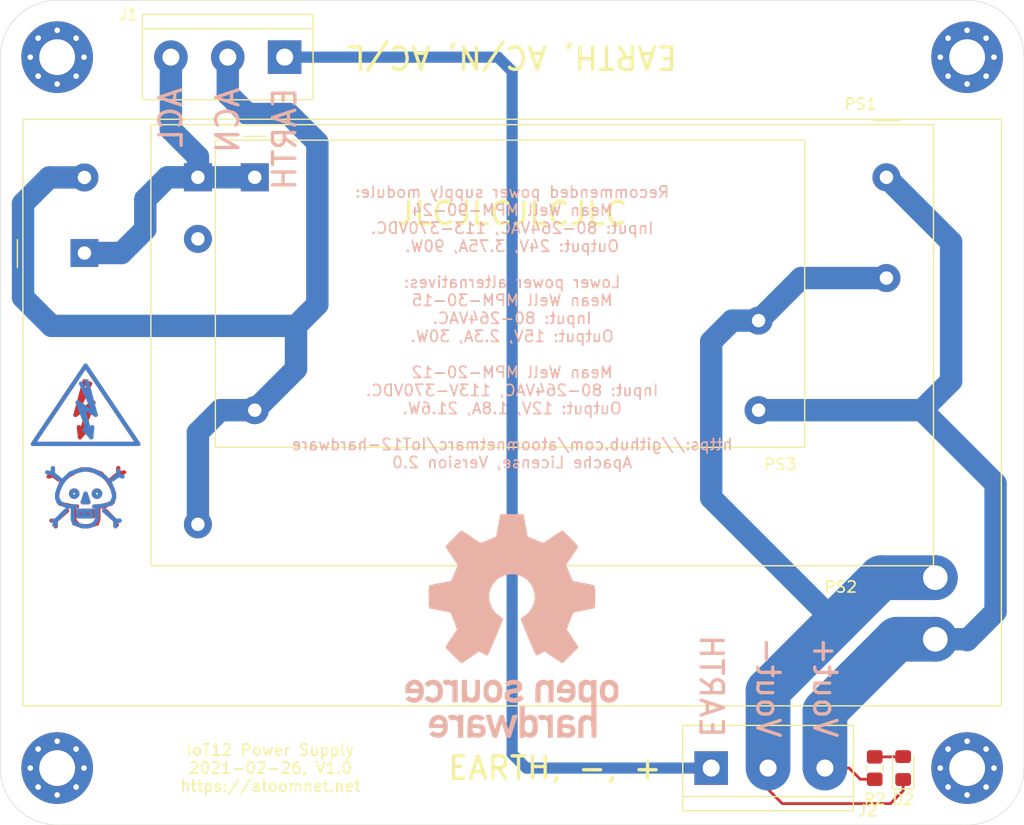
<source format=kicad_pcb>
(kicad_pcb (version 20171130) (host pcbnew "(5.1.9)-1")

  (general
    (thickness 1.6)
    (drawings 21)
    (tracks 63)
    (zones 0)
    (modules 16)
    (nets 11)
  )

  (page A4)
  (layers
    (0 F.Cu signal)
    (31 B.Cu signal)
    (32 B.Adhes user)
    (33 F.Adhes user)
    (34 B.Paste user)
    (35 F.Paste user)
    (36 B.SilkS user)
    (37 F.SilkS user)
    (38 B.Mask user)
    (39 F.Mask user)
    (40 Dwgs.User user hide)
    (41 Cmts.User user)
    (42 Eco1.User user)
    (43 Eco2.User user)
    (44 Edge.Cuts user)
    (45 Margin user)
    (46 B.CrtYd user hide)
    (47 F.CrtYd user hide)
    (48 B.Fab user hide)
    (49 F.Fab user hide)
  )

  (setup
    (last_trace_width 0.25)
    (user_trace_width 1)
    (user_trace_width 2)
    (user_trace_width 4)
    (trace_clearance 0.2)
    (zone_clearance 0.508)
    (zone_45_only no)
    (trace_min 0.2)
    (via_size 0.8)
    (via_drill 0.4)
    (via_min_size 0.4)
    (via_min_drill 0.3)
    (uvia_size 0.3)
    (uvia_drill 0.1)
    (uvias_allowed no)
    (uvia_min_size 0.2)
    (uvia_min_drill 0.1)
    (edge_width 0.05)
    (segment_width 0.2)
    (pcb_text_width 0.3)
    (pcb_text_size 1.5 1.5)
    (mod_edge_width 0.12)
    (mod_text_size 1 1)
    (mod_text_width 0.15)
    (pad_size 1.524 1.524)
    (pad_drill 0.762)
    (pad_to_mask_clearance 0)
    (aux_axis_origin 0 0)
    (visible_elements 7FFFFFFF)
    (pcbplotparams
      (layerselection 0x010f0_ffffffff)
      (usegerberextensions false)
      (usegerberattributes false)
      (usegerberadvancedattributes false)
      (creategerberjobfile false)
      (excludeedgelayer true)
      (linewidth 0.100000)
      (plotframeref false)
      (viasonmask false)
      (mode 1)
      (useauxorigin false)
      (hpglpennumber 1)
      (hpglpenspeed 20)
      (hpglpendiameter 15.000000)
      (psnegative false)
      (psa4output false)
      (plotreference true)
      (plotvalue false)
      (plotinvisibletext false)
      (padsonsilk true)
      (subtractmaskfromsilk false)
      (outputformat 1)
      (mirror false)
      (drillshape 0)
      (scaleselection 1)
      (outputdirectory "gerber"))
  )

  (net 0 "")
  (net 1 Earth)
  (net 2 /N)
  (net 3 /L)
  (net 4 /Vout-)
  (net 5 /Vout+)
  (net 6 "Net-(H1-Pad1)")
  (net 7 "Net-(H2-Pad1)")
  (net 8 "Net-(H3-Pad1)")
  (net 9 "Net-(H4-Pad1)")
  (net 10 "Net-(D2-Pad2)")

  (net_class Default "This is the default net class."
    (clearance 0.2)
    (trace_width 0.25)
    (via_dia 0.8)
    (via_drill 0.4)
    (uvia_dia 0.3)
    (uvia_drill 0.1)
    (add_net /L)
    (add_net /N)
    (add_net /Vout+)
    (add_net /Vout-)
    (add_net Earth)
    (add_net "Net-(D2-Pad2)")
    (add_net "Net-(H1-Pad1)")
    (add_net "Net-(H2-Pad1)")
    (add_net "Net-(H3-Pad1)")
    (add_net "Net-(H4-Pad1)")
  )

  (module Resistor_SMD:R_0805_2012Metric_Pad1.20x1.40mm_HandSolder (layer F.Cu) (tedit 5F68FEEE) (tstamp 6039AA7D)
    (at 184.785 121.92 90)
    (descr "Resistor SMD 0805 (2012 Metric), square (rectangular) end terminal, IPC_7351 nominal with elongated pad for handsoldering. (Body size source: IPC-SM-782 page 72, https://www.pcb-3d.com/wordpress/wp-content/uploads/ipc-sm-782a_amendment_1_and_2.pdf), generated with kicad-footprint-generator")
    (tags "resistor handsolder")
    (path /603B9D14)
    (attr smd)
    (fp_text reference R2 (at -2.794 0 180) (layer F.SilkS)
      (effects (font (size 1 1) (thickness 0.15)))
    )
    (fp_text value 4K7 (at 0 1.65 90) (layer F.Fab)
      (effects (font (size 1 1) (thickness 0.15)))
    )
    (fp_line (start -1 0.625) (end -1 -0.625) (layer F.Fab) (width 0.1))
    (fp_line (start -1 -0.625) (end 1 -0.625) (layer F.Fab) (width 0.1))
    (fp_line (start 1 -0.625) (end 1 0.625) (layer F.Fab) (width 0.1))
    (fp_line (start 1 0.625) (end -1 0.625) (layer F.Fab) (width 0.1))
    (fp_line (start -0.227064 -0.735) (end 0.227064 -0.735) (layer F.SilkS) (width 0.12))
    (fp_line (start -0.227064 0.735) (end 0.227064 0.735) (layer F.SilkS) (width 0.12))
    (fp_line (start -1.85 0.95) (end -1.85 -0.95) (layer F.CrtYd) (width 0.05))
    (fp_line (start -1.85 -0.95) (end 1.85 -0.95) (layer F.CrtYd) (width 0.05))
    (fp_line (start 1.85 -0.95) (end 1.85 0.95) (layer F.CrtYd) (width 0.05))
    (fp_line (start 1.85 0.95) (end -1.85 0.95) (layer F.CrtYd) (width 0.05))
    (fp_text user %R (at 0 0 90) (layer F.Fab)
      (effects (font (size 0.5 0.5) (thickness 0.08)))
    )
    (pad 2 smd roundrect (at 1 0 90) (size 1.2 1.4) (layers F.Cu F.Paste F.Mask) (roundrect_rratio 0.2083325)
      (net 10 "Net-(D2-Pad2)"))
    (pad 1 smd roundrect (at -1 0 90) (size 1.2 1.4) (layers F.Cu F.Paste F.Mask) (roundrect_rratio 0.2083325)
      (net 5 /Vout+))
    (model ${KISYS3DMOD}/Resistor_SMD.3dshapes/R_0805_2012Metric.wrl
      (at (xyz 0 0 0))
      (scale (xyz 1 1 1))
      (rotate (xyz 0 0 0))
    )
  )

  (module LED_SMD:LED_0805_2012Metric_Pad1.15x1.40mm_HandSolder (layer F.Cu) (tedit 5F68FEF1) (tstamp 6039A90A)
    (at 187.325 121.92 90)
    (descr "LED SMD 0805 (2012 Metric), square (rectangular) end terminal, IPC_7351 nominal, (Body size source: https://docs.google.com/spreadsheets/d/1BsfQQcO9C6DZCsRaXUlFlo91Tg2WpOkGARC1WS5S8t0/edit?usp=sharing), generated with kicad-footprint-generator")
    (tags "LED handsolder")
    (path /603B83D7)
    (attr smd)
    (fp_text reference D2 (at -2.794 0 180) (layer F.SilkS)
      (effects (font (size 1 1) (thickness 0.15)))
    )
    (fp_text value Green (at 0 1.65 90) (layer F.Fab)
      (effects (font (size 1 1) (thickness 0.15)))
    )
    (fp_line (start 1 -0.6) (end -0.7 -0.6) (layer F.Fab) (width 0.1))
    (fp_line (start -0.7 -0.6) (end -1 -0.3) (layer F.Fab) (width 0.1))
    (fp_line (start -1 -0.3) (end -1 0.6) (layer F.Fab) (width 0.1))
    (fp_line (start -1 0.6) (end 1 0.6) (layer F.Fab) (width 0.1))
    (fp_line (start 1 0.6) (end 1 -0.6) (layer F.Fab) (width 0.1))
    (fp_line (start 1 -0.96) (end -1.86 -0.96) (layer F.SilkS) (width 0.12))
    (fp_line (start -1.86 -0.96) (end -1.86 0.96) (layer F.SilkS) (width 0.12))
    (fp_line (start -1.86 0.96) (end 1 0.96) (layer F.SilkS) (width 0.12))
    (fp_line (start -1.85 0.95) (end -1.85 -0.95) (layer F.CrtYd) (width 0.05))
    (fp_line (start -1.85 -0.95) (end 1.85 -0.95) (layer F.CrtYd) (width 0.05))
    (fp_line (start 1.85 -0.95) (end 1.85 0.95) (layer F.CrtYd) (width 0.05))
    (fp_line (start 1.85 0.95) (end -1.85 0.95) (layer F.CrtYd) (width 0.05))
    (fp_text user %R (at 0 0 90) (layer F.Fab)
      (effects (font (size 0.5 0.5) (thickness 0.08)))
    )
    (pad 2 smd roundrect (at 1.025 0 90) (size 1.15 1.4) (layers F.Cu F.Paste F.Mask) (roundrect_rratio 0.2173904347826087)
      (net 10 "Net-(D2-Pad2)"))
    (pad 1 smd roundrect (at -1.025 0 90) (size 1.15 1.4) (layers F.Cu F.Paste F.Mask) (roundrect_rratio 0.2173904347826087)
      (net 4 /Vout-))
    (model ${KISYS3DMOD}/LED_SMD.3dshapes/LED_0805_2012Metric.wrl
      (at (xyz 0 0 0))
      (scale (xyz 1 1 1))
      (rotate (xyz 0 0 0))
    )
  )

  (module Symbol:Symbol_Danger_CopperTop_Small locked (layer B.Cu) (tedit 0) (tstamp 60399BE6)
    (at 114.3 97.79 180)
    (descr "Symbol, Danger, Copper Top, Small,")
    (tags "Symbol, Danger, Copper Top, Small,")
    (attr virtual)
    (fp_text reference REF** (at 0.254 4.699) (layer B.SilkS) hide
      (effects (font (size 1 1) (thickness 0.15)) (justify mirror))
    )
    (fp_text value Symbol_Danger_CopperTop_Small (at 0.889 -4.572) (layer B.Fab)
      (effects (font (size 1 1) (thickness 0.15)) (justify mirror))
    )
    (fp_line (start 1.27 -0.762) (end 0.889 -0.762) (layer B.Cu) (width 0.381))
    (fp_line (start 1.651 -0.762) (end 1.27 -0.762) (layer B.Cu) (width 0.381))
    (fp_line (start 2.159 -0.508) (end 1.651 -0.762) (layer B.Cu) (width 0.381))
    (fp_line (start 2.413 -0.381) (end 2.159 -0.508) (layer B.Cu) (width 0.381))
    (fp_line (start 2.54 0) (end 2.413 -0.381) (layer B.Cu) (width 0.381))
    (fp_line (start 2.54 0.381) (end 2.54 0) (layer B.Cu) (width 0.381))
    (fp_line (start 2.413 0.762) (end 2.54 0.381) (layer B.Cu) (width 0.381))
    (fp_line (start 2.159 1.27) (end 2.413 0.762) (layer B.Cu) (width 0.381))
    (fp_line (start 1.905 1.651) (end 2.159 1.27) (layer B.Cu) (width 0.381))
    (fp_line (start 1.397 2.159) (end 1.905 1.651) (layer B.Cu) (width 0.381))
    (fp_line (start 0.762 2.413) (end 1.397 2.159) (layer B.Cu) (width 0.381))
    (fp_line (start 0.127 2.54) (end 0.762 2.413) (layer B.Cu) (width 0.381))
    (fp_line (start -0.381 2.54) (end 0.127 2.54) (layer B.Cu) (width 0.381))
    (fp_line (start -1.016 2.286) (end -0.381 2.54) (layer B.Cu) (width 0.381))
    (fp_line (start -1.651 1.905) (end -1.016 2.286) (layer B.Cu) (width 0.381))
    (fp_line (start -2.159 1.397) (end -1.651 1.905) (layer B.Cu) (width 0.381))
    (fp_line (start -2.413 0.762) (end -2.159 1.397) (layer B.Cu) (width 0.381))
    (fp_line (start -2.54 0.254) (end -2.413 0.762) (layer B.Cu) (width 0.381))
    (fp_line (start -2.54 0) (end -2.54 0.254) (layer B.Cu) (width 0.381))
    (fp_line (start -1.143 -0.762) (end -0.762 -0.762) (layer B.Cu) (width 0.381))
    (fp_line (start -1.778 -0.635) (end -1.143 -0.762) (layer B.Cu) (width 0.381))
    (fp_line (start -2.286 -0.508) (end -1.778 -0.635) (layer B.Cu) (width 0.381))
    (fp_line (start -2.413 -0.254) (end -2.286 -0.508) (layer B.Cu) (width 0.381))
    (fp_line (start -2.54 0) (end -2.413 -0.254) (layer B.Cu) (width 0.381))
    (fp_line (start -1.016 -1.524) (end -1.016 -0.762) (layer B.Cu) (width 0.381))
    (fp_line (start -1.016 -1.905) (end -1.016 -1.524) (layer B.Cu) (width 0.381))
    (fp_line (start 0.127 -2.54) (end -0.254 -2.54) (layer B.Cu) (width 0.381))
    (fp_line (start 0.635 -2.413) (end 0.127 -2.54) (layer B.Cu) (width 0.381))
    (fp_line (start 1.016 -2.286) (end 0.635 -2.413) (layer B.Cu) (width 0.381))
    (fp_line (start 1.143 -1.905) (end 1.016 -2.286) (layer B.Cu) (width 0.381))
    (fp_line (start 1.143 -1.524) (end 1.143 -1.905) (layer B.Cu) (width 0.381))
    (fp_line (start 1.143 -0.762) (end 1.143 -1.524) (layer B.Cu) (width 0.381))
    (fp_line (start -0.635 -2.413) (end -0.254 -2.54) (layer B.Cu) (width 0.381))
    (fp_line (start -0.889 -2.159) (end -0.635 -2.413) (layer B.Cu) (width 0.381))
    (fp_line (start -1.016 -1.905) (end -0.889 -2.159) (layer B.Cu) (width 0.381))
    (fp_line (start -0.254 -0.381) (end 0 0.381) (layer B.Cu) (width 0.381))
    (fp_line (start 0.254 -0.381) (end -0.254 -0.381) (layer B.Cu) (width 0.381))
    (fp_line (start 0 0.381) (end 0.254 -0.381) (layer B.Cu) (width 0.381))
    (fp_circle (center 1.016 0.381) (end 1.27 0.254) (layer B.Cu) (width 0.381))
    (fp_circle (center -1.016 0.381) (end -1.27 0.254) (layer B.Cu) (width 0.381))
    (fp_line (start -0.508 -1.651) (end -0.508 -1.143) (layer B.Cu) (width 0.381))
    (fp_line (start 0.635 -1.651) (end -0.508 -1.651) (layer B.Cu) (width 0.381))
    (fp_line (start 0.635 -1.143) (end 0.635 -1.651) (layer B.Cu) (width 0.381))
    (fp_line (start -0.508 -1.143) (end 0.635 -1.143) (layer B.Cu) (width 0.381))
    (fp_line (start 0.127 -1.27) (end 0.127 -1.524) (layer B.Cu) (width 0.381))
    (fp_line (start 2.286 1.651) (end 2.921 2.159) (layer B.Cu) (width 0.381))
    (fp_line (start 2.921 2.159) (end 2.921 2.667) (layer B.Cu) (width 0.381))
    (fp_line (start 2.921 2.159) (end 3.429 2.286) (layer B.Cu) (width 0.381))
    (fp_line (start -1.651 -1.143) (end -2.667 -2.032) (layer B.Cu) (width 0.381))
    (fp_line (start -2.667 -2.032) (end -3.048 -2.032) (layer B.Cu) (width 0.381))
    (fp_line (start -2.667 -2.032) (end -2.667 -2.54) (layer B.Cu) (width 0.381))
    (fp_line (start -2.413 1.651) (end -2.921 2.032) (layer B.Cu) (width 0.381))
    (fp_line (start -2.921 2.032) (end -2.921 2.413) (layer B.Cu) (width 0.381))
    (fp_line (start -2.921 2.032) (end -3.302 1.905) (layer B.Cu) (width 0.381))
    (fp_line (start 2.667 -2.032) (end 2.921 -2.032) (layer B.Cu) (width 0.381))
    (fp_line (start 1.778 -1.143) (end 2.667 -2.032) (layer B.Cu) (width 0.381))
    (fp_line (start 2.667 -2.413) (end 2.794 -2.413) (layer B.Cu) (width 0.381))
    (fp_line (start 2.667 -2.032) (end 2.667 -2.413) (layer B.Cu) (width 0.381))
  )

  (module Symbol:Symbol_Danger_CopperTop_Small locked (layer F.Cu) (tedit 0) (tstamp 60399ABA)
    (at 114.3 97.79)
    (descr "Symbol, Danger, Copper Top, Small,")
    (tags "Symbol, Danger, Copper Top, Small,")
    (attr virtual)
    (fp_text reference REF** (at 0.254 -4.699) (layer F.SilkS) hide
      (effects (font (size 1 1) (thickness 0.15)))
    )
    (fp_text value Symbol_Danger_CopperTop_Small (at 0.889 4.572) (layer F.Fab)
      (effects (font (size 1 1) (thickness 0.15)))
    )
    (fp_line (start 2.667 2.032) (end 2.667 2.413) (layer F.Cu) (width 0.381))
    (fp_line (start 2.667 2.413) (end 2.794 2.413) (layer F.Cu) (width 0.381))
    (fp_line (start 1.778 1.143) (end 2.667 2.032) (layer F.Cu) (width 0.381))
    (fp_line (start 2.667 2.032) (end 2.921 2.032) (layer F.Cu) (width 0.381))
    (fp_line (start -2.921 -2.032) (end -3.302 -1.905) (layer F.Cu) (width 0.381))
    (fp_line (start -2.921 -2.032) (end -2.921 -2.413) (layer F.Cu) (width 0.381))
    (fp_line (start -2.413 -1.651) (end -2.921 -2.032) (layer F.Cu) (width 0.381))
    (fp_line (start -2.667 2.032) (end -2.667 2.54) (layer F.Cu) (width 0.381))
    (fp_line (start -2.667 2.032) (end -3.048 2.032) (layer F.Cu) (width 0.381))
    (fp_line (start -1.651 1.143) (end -2.667 2.032) (layer F.Cu) (width 0.381))
    (fp_line (start 2.921 -2.159) (end 3.429 -2.286) (layer F.Cu) (width 0.381))
    (fp_line (start 2.921 -2.159) (end 2.921 -2.667) (layer F.Cu) (width 0.381))
    (fp_line (start 2.286 -1.651) (end 2.921 -2.159) (layer F.Cu) (width 0.381))
    (fp_line (start 0.127 1.27) (end 0.127 1.524) (layer F.Cu) (width 0.381))
    (fp_line (start -0.508 1.143) (end 0.635 1.143) (layer F.Cu) (width 0.381))
    (fp_line (start 0.635 1.143) (end 0.635 1.651) (layer F.Cu) (width 0.381))
    (fp_line (start 0.635 1.651) (end -0.508 1.651) (layer F.Cu) (width 0.381))
    (fp_line (start -0.508 1.651) (end -0.508 1.143) (layer F.Cu) (width 0.381))
    (fp_circle (center -1.016 -0.381) (end -1.27 -0.254) (layer F.Cu) (width 0.381))
    (fp_circle (center 1.016 -0.381) (end 1.27 -0.254) (layer F.Cu) (width 0.381))
    (fp_line (start 0 -0.381) (end 0.254 0.381) (layer F.Cu) (width 0.381))
    (fp_line (start 0.254 0.381) (end -0.254 0.381) (layer F.Cu) (width 0.381))
    (fp_line (start -0.254 0.381) (end 0 -0.381) (layer F.Cu) (width 0.381))
    (fp_line (start -1.016 1.905) (end -0.889 2.159) (layer F.Cu) (width 0.381))
    (fp_line (start -0.889 2.159) (end -0.635 2.413) (layer F.Cu) (width 0.381))
    (fp_line (start -0.635 2.413) (end -0.254 2.54) (layer F.Cu) (width 0.381))
    (fp_line (start 1.143 0.762) (end 1.143 1.524) (layer F.Cu) (width 0.381))
    (fp_line (start 1.143 1.524) (end 1.143 1.905) (layer F.Cu) (width 0.381))
    (fp_line (start 1.143 1.905) (end 1.016 2.286) (layer F.Cu) (width 0.381))
    (fp_line (start 1.016 2.286) (end 0.635 2.413) (layer F.Cu) (width 0.381))
    (fp_line (start 0.635 2.413) (end 0.127 2.54) (layer F.Cu) (width 0.381))
    (fp_line (start 0.127 2.54) (end -0.254 2.54) (layer F.Cu) (width 0.381))
    (fp_line (start -1.016 1.905) (end -1.016 1.524) (layer F.Cu) (width 0.381))
    (fp_line (start -1.016 1.524) (end -1.016 0.762) (layer F.Cu) (width 0.381))
    (fp_line (start -2.54 0) (end -2.413 0.254) (layer F.Cu) (width 0.381))
    (fp_line (start -2.413 0.254) (end -2.286 0.508) (layer F.Cu) (width 0.381))
    (fp_line (start -2.286 0.508) (end -1.778 0.635) (layer F.Cu) (width 0.381))
    (fp_line (start -1.778 0.635) (end -1.143 0.762) (layer F.Cu) (width 0.381))
    (fp_line (start -1.143 0.762) (end -0.762 0.762) (layer F.Cu) (width 0.381))
    (fp_line (start -2.54 0) (end -2.54 -0.254) (layer F.Cu) (width 0.381))
    (fp_line (start -2.54 -0.254) (end -2.413 -0.762) (layer F.Cu) (width 0.381))
    (fp_line (start -2.413 -0.762) (end -2.159 -1.397) (layer F.Cu) (width 0.381))
    (fp_line (start -2.159 -1.397) (end -1.651 -1.905) (layer F.Cu) (width 0.381))
    (fp_line (start -1.651 -1.905) (end -1.016 -2.286) (layer F.Cu) (width 0.381))
    (fp_line (start -1.016 -2.286) (end -0.381 -2.54) (layer F.Cu) (width 0.381))
    (fp_line (start -0.381 -2.54) (end 0.127 -2.54) (layer F.Cu) (width 0.381))
    (fp_line (start 0.127 -2.54) (end 0.762 -2.413) (layer F.Cu) (width 0.381))
    (fp_line (start 0.762 -2.413) (end 1.397 -2.159) (layer F.Cu) (width 0.381))
    (fp_line (start 1.397 -2.159) (end 1.905 -1.651) (layer F.Cu) (width 0.381))
    (fp_line (start 1.905 -1.651) (end 2.159 -1.27) (layer F.Cu) (width 0.381))
    (fp_line (start 2.159 -1.27) (end 2.413 -0.762) (layer F.Cu) (width 0.381))
    (fp_line (start 2.413 -0.762) (end 2.54 -0.381) (layer F.Cu) (width 0.381))
    (fp_line (start 2.54 -0.381) (end 2.54 0) (layer F.Cu) (width 0.381))
    (fp_line (start 2.54 0) (end 2.413 0.381) (layer F.Cu) (width 0.381))
    (fp_line (start 2.413 0.381) (end 2.159 0.508) (layer F.Cu) (width 0.381))
    (fp_line (start 2.159 0.508) (end 1.651 0.762) (layer F.Cu) (width 0.381))
    (fp_line (start 1.651 0.762) (end 1.27 0.762) (layer F.Cu) (width 0.381))
    (fp_line (start 1.27 0.762) (end 0.889 0.762) (layer F.Cu) (width 0.381))
  )

  (module Symbol:Symbol_HighVoltage_Type2_CopperTop_VerySmall locked (layer B.Cu) (tedit 0) (tstamp 60397D60)
    (at 114.3 90.17 180)
    (descr "Symbol, High Voltage, Type 2, Copper Top, Very Small,")
    (tags "Symbol, High Voltage, Type 2, Copper Top, Very Small,")
    (attr virtual)
    (fp_text reference REF** (at -0.127 5.715) (layer B.SilkS) hide
      (effects (font (size 1 1) (thickness 0.15)) (justify mirror))
    )
    (fp_text value Symbol_HighVoltage_Type2_CopperTop_VerySmall (at -0.381 -4.572) (layer B.Fab)
      (effects (font (size 1 1) (thickness 0.15)) (justify mirror))
    )
    (fp_line (start -0.49784 -2.19964) (end 0.70104 0.89916) (layer B.Cu) (width 0.381))
    (fp_line (start 0.70104 0.89916) (end 0.1016 0.50038) (layer B.Cu) (width 0.381))
    (fp_line (start -0.89916 -0.20066) (end 0.40132 2.60096) (layer B.Cu) (width 0.381))
    (fp_line (start -0.49784 -2.19964) (end 0.1016 -1.50114) (layer B.Cu) (width 0.381))
    (fp_line (start -0.09906 2.79908) (end -0.89916 -0.20066) (layer B.Cu) (width 0.381))
    (fp_line (start -0.89916 -0.20066) (end 0.29972 0.59944) (layer B.Cu) (width 0.381))
    (fp_line (start 0.29972 0.59944) (end -0.49784 -2.19964) (layer B.Cu) (width 0.381))
    (fp_line (start -0.49784 -2.19964) (end -0.59944 -1.30048) (layer B.Cu) (width 0.381))
    (fp_line (start 0 4.191) (end 4.699 -2.794) (layer B.Cu) (width 0.381))
    (fp_line (start 4.699 -2.794) (end -4.699 -2.794) (layer B.Cu) (width 0.381))
    (fp_line (start -4.699 -2.794) (end 0 4.191) (layer B.Cu) (width 0.381))
  )

  (module Symbol:Symbol_HighVoltage_Type2_CopperTop_VerySmall locked (layer F.Cu) (tedit 0) (tstamp 60397AA4)
    (at 114.3 90.17)
    (descr "Symbol, High Voltage, Type 2, Copper Top, Very Small,")
    (tags "Symbol, High Voltage, Type 2, Copper Top, Very Small,")
    (attr virtual)
    (fp_text reference REF** (at -0.127 -5.715) (layer F.SilkS) hide
      (effects (font (size 1 1) (thickness 0.15)))
    )
    (fp_text value Symbol_HighVoltage_Type2_CopperTop_VerySmall (at -0.381 4.572) (layer F.Fab)
      (effects (font (size 1 1) (thickness 0.15)))
    )
    (fp_line (start -0.49784 2.19964) (end 0.70104 -0.89916) (layer F.Cu) (width 0.381))
    (fp_line (start 0.70104 -0.89916) (end 0.1016 -0.50038) (layer F.Cu) (width 0.381))
    (fp_line (start -0.89916 0.20066) (end 0.40132 -2.60096) (layer F.Cu) (width 0.381))
    (fp_line (start -0.49784 2.19964) (end 0.1016 1.50114) (layer F.Cu) (width 0.381))
    (fp_line (start -0.09906 -2.79908) (end -0.89916 0.20066) (layer F.Cu) (width 0.381))
    (fp_line (start -0.89916 0.20066) (end 0.29972 -0.59944) (layer F.Cu) (width 0.381))
    (fp_line (start 0.29972 -0.59944) (end -0.49784 2.19964) (layer F.Cu) (width 0.381))
    (fp_line (start -0.49784 2.19964) (end -0.59944 1.30048) (layer F.Cu) (width 0.381))
    (fp_line (start 0 -4.191) (end 4.699 2.794) (layer F.Cu) (width 0.381))
    (fp_line (start 4.699 2.794) (end -4.699 2.794) (layer F.Cu) (width 0.381))
    (fp_line (start -4.699 2.794) (end 0 -4.191) (layer F.Cu) (width 0.381))
  )

  (module Converter-ACDC-extra:Converter_ACDC_MeanWell_MPM-20-xx_THT (layer F.Cu) (tedit 6038E1FB) (tstamp 603962D9)
    (at 152.213 79.5515)
    (tags "switching power supply")
    (path /603A726D)
    (fp_text reference PS3 (at 24.13 15.24) (layer F.SilkS)
      (effects (font (size 1 1) (thickness 0.15)))
    )
    (fp_text value MPM-20-12* (at -0.3 14.6) (layer F.Fab)
      (effects (font (size 1 1) (thickness 0.15)))
    )
    (fp_line (start 26.2 -13.6) (end -26.2 13.6) (layer Dwgs.User) (width 0.1))
    (fp_line (start -26.2 -13.6) (end 26.2 13.6) (layer Dwgs.User) (width 0.1))
    (fp_line (start -21.8 -14.05) (end -23.8 -14.05) (layer F.SilkS) (width 0.12))
    (fp_line (start 26.32 -13.72) (end 26.32 13.72) (layer F.SilkS) (width 0.12))
    (fp_line (start -26.32 -13.72) (end 26.32 -13.72) (layer F.SilkS) (width 0.12))
    (fp_line (start -26.2 13.6) (end 26.2 13.6) (layer F.Fab) (width 0.1))
    (fp_line (start 26.2 -13.6) (end -21.8 -13.6) (layer F.Fab) (width 0.1))
    (fp_line (start -26.45 -13.85) (end -26.45 13.85) (layer F.CrtYd) (width 0.05))
    (fp_line (start -26.2 -13.6) (end -26.2 13.6) (layer F.Fab) (width 0.1))
    (fp_line (start -26.32 13.72) (end 26.32 13.72) (layer F.SilkS) (width 0.12))
    (fp_line (start -26.32 -13.72) (end -26.32 13.72) (layer F.SilkS) (width 0.12))
    (fp_line (start 26.2 -13.6) (end 26.2 13.6) (layer F.Fab) (width 0.1))
    (fp_line (start -26.45 13.85) (end 26.45 13.85) (layer F.CrtYd) (width 0.05))
    (fp_line (start -26.45 -13.85) (end 26.45 -13.85) (layer F.CrtYd) (width 0.05))
    (fp_line (start 26.45 -13.85) (end 26.45 13.85) (layer F.CrtYd) (width 0.05))
    (fp_line (start -23.8 -13.6) (end -26.2 -13.6) (layer F.Fab) (width 0.1))
    (fp_line (start -22.8 -12.6) (end -23.8 -13.6) (layer F.Fab) (width 0.1))
    (fp_line (start -21.8 -13.6) (end -22.8 -12.6) (layer F.Fab) (width 0.1))
    (fp_text user %R (at -0.3 0) (layer F.Fab)
      (effects (font (size 1 1) (thickness 0.15)))
    )
    (pad 1 thru_hole rect (at -22.8 -10.4) (size 2.5 2.5) (drill 1.2) (layers *.Cu *.Mask)
      (net 3 /L))
    (pad 4 thru_hole circle (at 22.2 2.4) (size 2.5 2.5) (drill 1.2) (layers *.Cu *.Mask)
      (net 4 /Vout-))
    (pad 2 thru_hole circle (at -22.8 10.4) (size 2.5 2.5) (drill 1.2) (layers *.Cu *.Mask)
      (net 2 /N))
    (pad 3 thru_hole circle (at 22.2 10.4) (size 2.5 2.5) (drill 1.2) (layers *.Cu *.Mask)
      (net 5 /Vout+))
  )

  (module Converter-ACDC-extra:Converter_ACDC_MeanWell_MPM-30-xx_THT (layer F.Cu) (tedit 6038E04D) (tstamp 60396A12)
    (at 155.083 84.1515)
    (tags "switching power supply")
    (path /603A0519)
    (fp_text reference PS2 (at 26.67 21.59 180) (layer F.SilkS)
      (effects (font (size 1 1) (thickness 0.15)))
    )
    (fp_text value MPM-30-15* (at 33.21 1.11 90) (layer F.Fab)
      (effects (font (size 1 1) (thickness 0.15)))
    )
    (fp_line (start 32.04 -20.07) (end 29.54 -20.07) (layer F.SilkS) (width 0.12))
    (fp_line (start -34.75 19.5) (end 34.75 19.5) (layer F.Fab) (width 0.1))
    (fp_line (start 34.75 19.5) (end 34.75 -19.5) (layer F.Fab) (width 0.1))
    (fp_line (start -35 19.75) (end -35 -19.75) (layer F.CrtYd) (width 0.05))
    (fp_line (start -35 -19.75) (end 35 -19.75) (layer F.CrtYd) (width 0.05))
    (fp_line (start -34.75 19.5) (end -34.75 -18.5) (layer F.Fab) (width 0.1))
    (fp_line (start 35 19.75) (end -35 19.75) (layer F.CrtYd) (width 0.05))
    (fp_line (start 35 -19.75) (end 35 19.75) (layer F.CrtYd) (width 0.05))
    (fp_line (start -34.95 -19.7) (end -34.95 19.7) (layer F.SilkS) (width 0.12))
    (fp_line (start 34.95 19.7) (end 34.95 -19.7) (layer F.SilkS) (width 0.12))
    (fp_line (start -34.95 19.7) (end 34.95 19.7) (layer F.SilkS) (width 0.12))
    (fp_line (start -33.75 -19.5) (end 34.75 -19.5) (layer F.Fab) (width 0.1))
    (fp_line (start 34.95 -19.7) (end -34.95 -19.7) (layer F.SilkS) (width 0.12))
    (fp_line (start -34.75 -18.5) (end -33.75 -19.5) (layer F.Fab) (width 0.1))
    (fp_line (start 34.75 -19.5) (end -34.75 19.5) (layer Dwgs.User) (width 0.1))
    (fp_line (start -34.75 -19.5) (end 34.75 19.5) (layer Dwgs.User) (width 0.1))
    (fp_text user %R (at 30.5 1.59 90) (layer F.Fab)
      (effects (font (size 1 1) (thickness 0.15)))
    )
    (pad ~ thru_hole circle (at -30.75 -9.5) (size 2.5 2.5) (drill 1.2) (layers *.Cu *.Mask))
    (pad 4 thru_hole circle (at 30.75 -6 90) (size 2.5 2.5) (drill 1.2) (layers *.Cu *.Mask)
      (net 4 /Vout-))
    (pad 1 thru_hole rect (at -30.75 -15) (size 2.5 2.5) (drill 1.2) (layers *.Cu *.Mask)
      (net 3 /L))
    (pad 3 thru_hole circle (at 30.75 -15) (size 2.5 2.5) (drill 1.2) (layers *.Cu *.Mask)
      (net 5 /Vout+))
    (pad 2 thru_hole circle (at -30.75 16) (size 2.5 2.5) (drill 1.2) (layers *.Cu *.Mask)
      (net 2 /N))
  )

  (module Converter-ACDC-extra:Converter_ACDC_MeanWell_MPM-90-xx_THT (layer F.Cu) (tedit 6038E069) (tstamp 603944C0)
    (at 152.4 90.17)
    (tags "switching power supply")
    (path /6038DC20)
    (fp_text reference PS1 (at 31.115 -27.559 180) (layer F.SilkS)
      (effects (font (size 1 1) (thickness 0.15)))
    )
    (fp_text value MPM-90-24 (at 42.291 3.175 90) (layer F.Fab)
      (effects (font (size 1 1) (thickness 0.15)))
    )
    (fp_line (start -44.19 -12.95) (end -44.19 -15.45) (layer F.SilkS) (width 0.12))
    (fp_line (start -43.5016 25.9942) (end 43.4984 25.9942) (layer F.Fab) (width 0.1))
    (fp_line (start 43.4984 25.9942) (end 43.4984 -26.0058) (layer F.Fab) (width 0.1))
    (fp_line (start -43.7516 26.2442) (end -43.7516 -26.2558) (layer F.CrtYd) (width 0.05))
    (fp_line (start -43.7516 -26.2558) (end 43.7484 -26.2558) (layer F.CrtYd) (width 0.05))
    (fp_line (start -43.5016 25.9942) (end -43.5016 -25.0058) (layer F.Fab) (width 0.1))
    (fp_line (start 43.7484 26.2442) (end -43.7516 26.2442) (layer F.CrtYd) (width 0.05))
    (fp_line (start 43.7484 -26.2558) (end 43.7484 26.2442) (layer F.CrtYd) (width 0.05))
    (fp_line (start -43.7016 -26.2058) (end -43.7016 26.1942) (layer F.SilkS) (width 0.12))
    (fp_line (start 43.6984 26.1942) (end 43.6984 -26.2058) (layer F.SilkS) (width 0.12))
    (fp_line (start -43.7016 26.1942) (end 43.6984 26.1942) (layer F.SilkS) (width 0.12))
    (fp_line (start -42.5016 -26.0058) (end 43.4984 -26.0058) (layer F.Fab) (width 0.1))
    (fp_line (start 43.6984 -26.2058) (end -43.7016 -26.2058) (layer F.SilkS) (width 0.12))
    (fp_line (start -43.5016 -25.0058) (end -42.5016 -26.0058) (layer F.Fab) (width 0.1))
    (fp_line (start 43.4984 -26.0058) (end -43.5016 25.9942) (layer Dwgs.User) (width 0.1))
    (fp_line (start -43.5016 -26.0058) (end 43.4984 25.9942) (layer Dwgs.User) (width 0.1))
    (fp_text user %R (at 40.64 3.683 90) (layer F.Fab)
      (effects (font (size 1 1) (thickness 0.15)))
    )
    (pad 4 thru_hole circle (at 37.7984 14.7442) (size 4 4) (drill 2.2) (layers *.Cu *.Mask)
      (net 4 /Vout-))
    (pad 2 thru_hole circle (at -38.2016 -21.0058) (size 2.5 2.5) (drill 1.2) (layers *.Cu *.Mask)
      (net 2 /N))
    (pad 3 thru_hole circle (at 37.7984 20.2442) (size 4 4) (drill 2.2) (layers *.Cu *.Mask)
      (net 5 /Vout+))
    (pad 1 thru_hole rect (at -38.2016 -14.2558) (size 2.5 2.5) (drill 1.2) (layers *.Cu *.Mask)
      (net 3 /L))
    (model "${ATOOMNETKICAD}/3d models/3rd party/Mean Well/MPM-45,65,90,IRM-90.stp"
      (offset (xyz -43 -35.6 6.1))
      (scale (xyz 1 1 1))
      (rotate (xyz 0 0 0))
    )
  )

  (module Symbol:OSHW-Logo_19x20mm_SilkScreen locked (layer B.Cu) (tedit 0) (tstamp 60393AF2)
    (at 152.4 109.22 180)
    (descr "Open Source Hardware Logo")
    (tags "Logo OSHW")
    (attr virtual)
    (fp_text reference REF** (at 0 0) (layer B.SilkS) hide
      (effects (font (size 1 1) (thickness 0.15)) (justify mirror))
    )
    (fp_text value OSHW-Logo_19x20mm_SilkScreen (at 0.75 0) (layer B.Fab) hide
      (effects (font (size 1 1) (thickness 0.15)) (justify mirror))
    )
    (fp_poly (pts (xy -6.320808 -4.865166) (xy -6.233015 -4.90854) (xy -6.124751 -4.984122) (xy -6.045845 -5.066542)
      (xy -5.991805 -5.170037) (xy -5.958141 -5.308843) (xy -5.940363 -5.497194) (xy -5.93398 -5.749328)
      (xy -5.933607 -5.857724) (xy -5.934696 -6.095287) (xy -5.939222 -6.265068) (xy -5.949068 -6.38255)
      (xy -5.966118 -6.463215) (xy -5.992259 -6.522545) (xy -6.019458 -6.56302) (xy -6.19308 -6.735225)
      (xy -6.397538 -6.838806) (xy -6.618104 -6.86996) (xy -6.840046 -6.824885) (xy -6.91036 -6.793009)
      (xy -7.078689 -6.705271) (xy -7.078689 -8.080172) (xy -6.955838 -8.016643) (xy -6.793967 -7.967491)
      (xy -6.595005 -7.9549) (xy -6.396328 -7.978147) (xy -6.24629 -8.03037) (xy -6.121841 -8.129826)
      (xy -6.015508 -8.272143) (xy -6.007513 -8.286755) (xy -5.973793 -8.355582) (xy -5.949166 -8.424956)
      (xy -5.932214 -8.508996) (xy -5.921519 -8.621816) (xy -5.915662 -8.777533) (xy -5.913227 -8.990265)
      (xy -5.912787 -9.229664) (xy -5.912787 -9.993443) (xy -6.37082 -9.993443) (xy -6.37082 -8.585108)
      (xy -6.498933 -8.477308) (xy -6.632018 -8.391079) (xy -6.758048 -8.375401) (xy -6.884778 -8.415747)
      (xy -6.952317 -8.455254) (xy -7.002586 -8.511527) (xy -7.038338 -8.596572) (xy -7.062328 -8.722394)
      (xy -7.077311 -8.900998) (xy -7.08604 -9.144391) (xy -7.089114 -9.306394) (xy -7.099508 -9.972623)
      (xy -7.318115 -9.985209) (xy -7.536721 -9.997795) (xy -7.536721 -5.863464) (xy -7.078689 -5.863464)
      (xy -7.067011 -6.093953) (xy -7.027662 -6.25395) (xy -6.954166 -6.353497) (xy -6.840049 -6.402639)
      (xy -6.724754 -6.412459) (xy -6.594238 -6.401175) (xy -6.507617 -6.356764) (xy -6.453451 -6.298081)
      (xy -6.41081 -6.234962) (xy -6.385426 -6.164645) (xy -6.374131 -6.066123) (xy -6.37376 -5.918387)
      (xy -6.37756 -5.794683) (xy -6.386288 -5.608328) (xy -6.39928 -5.485982) (xy -6.421159 -5.408377)
      (xy -6.456546 -5.356245) (xy -6.489941 -5.326111) (xy -6.629475 -5.260399) (xy -6.794619 -5.249787)
      (xy -6.889446 -5.272423) (xy -6.983334 -5.352881) (xy -7.045526 -5.509392) (xy -7.075669 -5.740852)
      (xy -7.078689 -5.863464) (xy -7.536721 -5.863464) (xy -7.536721 -4.830164) (xy -7.307705 -4.830164)
      (xy -7.170206 -4.835602) (xy -7.099267 -4.854909) (xy -7.078697 -4.892576) (xy -7.078689 -4.893692)
      (xy -7.069145 -4.930581) (xy -7.027051 -4.926393) (xy -6.943361 -4.885859) (xy -6.748354 -4.82385)
      (xy -6.528954 -4.817332) (xy -6.320808 -4.865166)) (layer B.SilkS) (width 0.01))
    (fp_poly (pts (xy -4.583779 -7.969247) (xy -4.387889 -8.021514) (xy -4.238767 -8.116253) (xy -4.133535 -8.240338)
      (xy -4.100821 -8.293296) (xy -4.076669 -8.348768) (xy -4.059784 -8.41973) (xy -4.048873 -8.519154)
      (xy -4.04264 -8.660016) (xy -4.039791 -8.855289) (xy -4.039032 -9.117948) (xy -4.039016 -9.187633)
      (xy -4.039016 -9.993443) (xy -4.238885 -9.993443) (xy -4.36637 -9.984515) (xy -4.460634 -9.961896)
      (xy -4.484251 -9.947946) (xy -4.548815 -9.92387) (xy -4.614759 -9.947946) (xy -4.723332 -9.978003)
      (xy -4.881042 -9.9901) (xy -5.055844 -9.984851) (xy -5.215693 -9.962869) (xy -5.309016 -9.934663)
      (xy -5.489609 -9.818731) (xy -5.60247 -9.657847) (xy -5.653209 -9.443936) (xy -5.65368 -9.438443)
      (xy -5.649227 -9.343547) (xy -5.246557 -9.343547) (xy -5.211354 -9.451484) (xy -5.154014 -9.512229)
      (xy -5.038913 -9.558172) (xy -4.886986 -9.576512) (xy -4.732061 -9.567485) (xy -4.607964 -9.531332)
      (xy -4.573197 -9.508137) (xy -4.512444 -9.40096) (xy -4.497049 -9.27912) (xy -4.497049 -9.119017)
      (xy -4.727403 -9.119017) (xy -4.946241 -9.135863) (xy -5.112137 -9.183593) (xy -5.215338 -9.257986)
      (xy -5.246557 -9.343547) (xy -5.649227 -9.343547) (xy -5.642713 -9.204731) (xy -5.565631 -9.019946)
      (xy -5.420714 -8.880206) (xy -5.400683 -8.867495) (xy -5.31461 -8.826105) (xy -5.208073 -8.801041)
      (xy -5.059141 -8.788858) (xy -4.882213 -8.786057) (xy -4.497049 -8.785902) (xy -4.497049 -8.624443)
      (xy -4.513387 -8.499168) (xy -4.555078 -8.415241) (xy -4.559959 -8.410773) (xy -4.652736 -8.374059)
      (xy -4.792784 -8.359828) (xy -4.947555 -8.366821) (xy -5.084499 -8.39378) (xy -5.165759 -8.434212)
      (xy -5.20979 -8.466601) (xy -5.256285 -8.472784) (xy -5.320451 -8.446248) (xy -5.417495 -8.380479)
      (xy -5.562626 -8.268963) (xy -5.575947 -8.258516) (xy -5.569121 -8.219862) (xy -5.512178 -8.155572)
      (xy -5.42563 -8.084131) (xy -5.329992 -8.024021) (xy -5.299944 -8.009827) (xy -5.190341 -7.981503)
      (xy -5.029735 -7.9613) (xy -4.850302 -7.953196) (xy -4.841911 -7.95318) (xy -4.583779 -7.969247)) (layer B.SilkS) (width 0.01))
    (fp_poly (pts (xy -3.289475 -7.95754) (xy -3.227163 -7.976218) (xy -3.207075 -8.017255) (xy -3.20623 -8.035782)
      (xy -3.202625 -8.087383) (xy -3.1778 -8.095484) (xy -3.110737 -8.060108) (xy -3.070902 -8.035937)
      (xy -2.945227 -7.984175) (xy -2.795123 -7.958581) (xy -2.637737 -7.956613) (xy -2.490214 -7.975729)
      (xy -2.3697 -8.013387) (xy -2.29334 -8.067044) (xy -2.278281 -8.134158) (xy -2.285881 -8.152333)
      (xy -2.341282 -8.227777) (xy -2.42719 -8.320568) (xy -2.442728 -8.335568) (xy -2.524612 -8.40454)
      (xy -2.595263 -8.426825) (xy -2.694068 -8.411272) (xy -2.733652 -8.400938) (xy -2.856828 -8.376116)
      (xy -2.943436 -8.387278) (xy -3.016576 -8.426646) (xy -3.083574 -8.479479) (xy -3.132918 -8.545924)
      (xy -3.167209 -8.638652) (xy -3.189048 -8.770334) (xy -3.201034 -8.953641) (xy -3.205769 -9.201246)
      (xy -3.20623 -9.350744) (xy -3.20623 -9.993443) (xy -3.622623 -9.993443) (xy -3.622623 -7.953115)
      (xy -3.414426 -7.953115) (xy -3.289475 -7.95754)) (layer B.SilkS) (width 0.01))
    (fp_poly (pts (xy -0.66623 -9.993443) (xy -0.895246 -9.993443) (xy -1.028175 -9.989546) (xy -1.097405 -9.973407)
      (xy -1.122332 -9.938354) (xy -1.124262 -9.914653) (xy -1.128466 -9.867123) (xy -1.154974 -9.858008)
      (xy -1.224633 -9.887308) (xy -1.278804 -9.914653) (xy -1.486777 -9.979451) (xy -1.712853 -9.983201)
      (xy -1.896655 -9.934873) (xy -2.067813 -9.818118) (xy -2.198284 -9.645781) (xy -2.269727 -9.442506)
      (xy -2.271546 -9.431141) (xy -2.282161 -9.307136) (xy -2.28744 -9.129117) (xy -2.287016 -8.99448)
      (xy -1.832172 -8.99448) (xy -1.821635 -9.173428) (xy -1.797666 -9.320924) (xy -1.765217 -9.404217)
      (xy -1.642456 -9.518041) (xy -1.496701 -9.558845) (xy -1.346393 -9.525848) (xy -1.217951 -9.427422)
      (xy -1.169308 -9.361224) (xy -1.140866 -9.282231) (xy -1.127544 -9.166926) (xy -1.124262 -8.993736)
      (xy -1.130135 -8.822229) (xy -1.145647 -8.67154) (xy -1.167638 -8.570698) (xy -1.171303 -8.561659)
      (xy -1.259988 -8.454195) (xy -1.389428 -8.395195) (xy -1.534257 -8.385669) (xy -1.669109 -8.426626)
      (xy -1.768617 -8.519076) (xy -1.77894 -8.537473) (xy -1.81125 -8.649646) (xy -1.828852 -8.810934)
      (xy -1.832172 -8.99448) (xy -2.287016 -8.99448) (xy -2.2868 -8.926212) (xy -2.283806 -8.81701)
      (xy -2.263442 -8.546856) (xy -2.221117 -8.344024) (xy -2.150706 -8.194077) (xy -2.046088 -8.082579)
      (xy -1.944521 -8.017127) (xy -1.802616 -7.971117) (xy -1.626121 -7.955336) (xy -1.445393 -7.96819)
      (xy -1.290787 -8.008081) (xy -1.209101 -8.055801) (xy -1.124262 -8.132579) (xy -1.124262 -7.161967)
      (xy -0.66623 -7.161967) (xy -0.66623 -9.993443)) (layer B.SilkS) (width 0.01))
    (fp_poly (pts (xy 1.096942 -7.973935) (xy 1.312248 -8.619344) (xy 1.527555 -9.264754) (xy 1.595064 -9.035738)
      (xy 1.635691 -8.894204) (xy 1.689133 -8.702936) (xy 1.746842 -8.492693) (xy 1.777355 -8.379918)
      (xy 1.892136 -7.953115) (xy 2.365687 -7.953115) (xy 2.224139 -8.400738) (xy 2.154433 -8.620903)
      (xy 2.070223 -8.886471) (xy 1.982281 -9.163492) (xy 1.903772 -9.410492) (xy 1.724952 -9.972623)
      (xy 1.531882 -9.985185) (xy 1.338811 -9.997746) (xy 1.234118 -9.65207) (xy 1.169553 -9.437335)
      (xy 1.099092 -9.200604) (xy 1.037511 -8.991526) (xy 1.035081 -8.983205) (xy 0.989085 -8.841537)
      (xy 0.948503 -8.744874) (xy 0.92008 -8.708321) (xy 0.914239 -8.712549) (xy 0.893738 -8.769217)
      (xy 0.854785 -8.890605) (xy 0.802122 -9.061448) (xy 0.740491 -9.266482) (xy 0.707143 -9.379262)
      (xy 0.526546 -9.993443) (xy 0.143267 -9.993443) (xy -0.163133 -9.025328) (xy -0.249209 -8.753759)
      (xy -0.32762 -8.507138) (xy -0.394661 -8.297048) (xy -0.446631 -8.135076) (xy -0.479826 -8.032808)
      (xy -0.489916 -8.002928) (xy -0.481928 -7.972334) (xy -0.419208 -7.958935) (xy -0.288685 -7.960275)
      (xy -0.268253 -7.961288) (xy -0.026208 -7.973935) (xy 0.132317 -8.556885) (xy 0.190585 -8.769486)
      (xy 0.242655 -8.956377) (xy 0.283944 -9.101331) (xy 0.309866 -9.18812) (xy 0.314656 -9.202269)
      (xy 0.334504 -9.185998) (xy 0.37453 -9.101697) (xy 0.430138 -8.960842) (xy 0.496731 -8.774911)
      (xy 0.553024 -8.606956) (xy 0.767578 -7.949209) (xy 1.096942 -7.973935)) (layer B.SilkS) (width 0.01))
    (fp_poly (pts (xy 3.43867 -7.96548) (xy 3.614179 -8.008109) (xy 3.664912 -8.030693) (xy 3.763254 -8.089847)
      (xy 3.838727 -8.156472) (xy 3.894571 -8.242135) (xy 3.934026 -8.358405) (xy 3.960332 -8.516848)
      (xy 3.976729 -8.729034) (xy 3.986457 -9.006529) (xy 3.990151 -9.191885) (xy 4.003745 -9.993443)
      (xy 3.771544 -9.993443) (xy 3.630677 -9.987536) (xy 3.558102 -9.96735) (xy 3.539344 -9.933453)
      (xy 3.529441 -9.896799) (xy 3.485166 -9.903807) (xy 3.424836 -9.933197) (xy 3.273803 -9.978246)
      (xy 3.079693 -9.990385) (xy 2.875531 -9.970529) (xy 2.69434 -9.919592) (xy 2.678089 -9.912522)
      (xy 2.512491 -9.796188) (xy 2.403324 -9.634467) (xy 2.353091 -9.44543) (xy 2.356928 -9.377515)
      (xy 2.766763 -9.377515) (xy 2.802875 -9.468914) (xy 2.909942 -9.534411) (xy 3.082684 -9.569563)
      (xy 3.175 -9.574231) (xy 3.32885 -9.562282) (xy 3.431115 -9.515844) (xy 3.456066 -9.493771)
      (xy 3.523661 -9.373681) (xy 3.539344 -9.264754) (xy 3.539344 -9.119017) (xy 3.336352 -9.119017)
      (xy 3.100387 -9.131043) (xy 2.934881 -9.168871) (xy 2.830305 -9.235121) (xy 2.806891 -9.264656)
      (xy 2.766763 -9.377515) (xy 2.356928 -9.377515) (xy 2.364295 -9.247148) (xy 2.43944 -9.057692)
      (xy 2.541968 -8.929656) (xy 2.604065 -8.874302) (xy 2.664855 -8.837924) (xy 2.743952 -8.815744)
      (xy 2.860971 -8.802982) (xy 3.035527 -8.794857) (xy 3.104763 -8.792521) (xy 3.539344 -8.778321)
      (xy 3.538707 -8.646784) (xy 3.521876 -8.508519) (xy 3.461026 -8.424917) (xy 3.338095 -8.371507)
      (xy 3.334797 -8.370555) (xy 3.160504 -8.349555) (xy 2.989952 -8.376985) (xy 2.8632 -8.443689)
      (xy 2.812342 -8.476625) (xy 2.757565 -8.472068) (xy 2.673272 -8.424349) (xy 2.623773 -8.390671)
      (xy 2.526955 -8.318716) (xy 2.466982 -8.264779) (xy 2.457359 -8.249337) (xy 2.496985 -8.169424)
      (xy 2.614064 -8.073989) (xy 2.664918 -8.041789) (xy 2.811113 -7.986332) (xy 3.008137 -7.954913)
      (xy 3.226989 -7.947855) (xy 3.43867 -7.96548)) (layer B.SilkS) (width 0.01))
    (fp_poly (pts (xy 5.415107 -7.95246) (xy 5.575182 -7.984017) (xy 5.666312 -8.030743) (xy 5.762179 -8.10837)
      (xy 5.625787 -8.280579) (xy 5.541694 -8.384867) (xy 5.484592 -8.435746) (xy 5.427844 -8.443519)
      (xy 5.344811 -8.418488) (xy 5.305833 -8.404327) (xy 5.146926 -8.383433) (xy 5.001399 -8.42822)
      (xy 4.89456 -8.529399) (xy 4.877205 -8.561659) (xy 4.858303 -8.647115) (xy 4.843716 -8.804606)
      (xy 4.834126 -9.022969) (xy 4.830219 -9.291038) (xy 4.830164 -9.329172) (xy 4.830164 -9.993443)
      (xy 4.372131 -9.993443) (xy 4.372131 -7.953115) (xy 4.601148 -7.953115) (xy 4.733199 -7.956563)
      (xy 4.801992 -7.971907) (xy 4.82743 -8.006648) (xy 4.830164 -8.039416) (xy 4.830164 -8.125717)
      (xy 4.939878 -8.039416) (xy 5.06568 -7.980538) (xy 5.234681 -7.951426) (xy 5.415107 -7.95246)) (layer B.SilkS) (width 0.01))
    (fp_poly (pts (xy 6.730842 -7.963999) (xy 6.929876 -8.015746) (xy 7.096561 -8.122544) (xy 7.177269 -8.202326)
      (xy 7.309568 -8.390931) (xy 7.38539 -8.60972) (xy 7.411438 -8.878668) (xy 7.411571 -8.90041)
      (xy 7.411803 -9.119017) (xy 6.153595 -9.119017) (xy 6.180415 -9.233525) (xy 6.228841 -9.337232)
      (xy 6.313596 -9.44529) (xy 6.331323 -9.462541) (xy 6.48368 -9.555904) (xy 6.657424 -9.571738)
      (xy 6.857411 -9.510313) (xy 6.891311 -9.493771) (xy 6.995288 -9.443484) (xy 7.064931 -9.414834)
      (xy 7.077083 -9.412184) (xy 7.119501 -9.437913) (xy 7.200399 -9.500861) (xy 7.241465 -9.535259)
      (xy 7.32656 -9.614276) (xy 7.354503 -9.666451) (xy 7.33511 -9.714446) (xy 7.324743 -9.72757)
      (xy 7.254531 -9.785008) (xy 7.138674 -9.854813) (xy 7.057869 -9.895564) (xy 6.828501 -9.967362)
      (xy 6.574564 -9.990625) (xy 6.334074 -9.963059) (xy 6.266721 -9.943321) (xy 6.058262 -9.831612)
      (xy 5.903746 -9.659721) (xy 5.802278 -9.425979) (xy 5.752965 -9.128716) (xy 5.747551 -8.973279)
      (xy 5.763359 -8.746973) (xy 6.162623 -8.746973) (xy 6.20124 -8.763702) (xy 6.305042 -8.776829)
      (xy 6.455956 -8.784575) (xy 6.558197 -8.785902) (xy 6.742101 -8.784623) (xy 6.858174 -8.778638)
      (xy 6.921852 -8.764724) (xy 6.948567 -8.739655) (xy 6.95377 -8.70328) (xy 6.918073 -8.591229)
      (xy 6.828196 -8.480488) (xy 6.709966 -8.395489) (xy 6.59169 -8.360718) (xy 6.431044 -8.391563)
      (xy 6.291978 -8.480732) (xy 6.195557 -8.609263) (xy 6.162623 -8.746973) (xy 5.763359 -8.746973)
      (xy 5.770572 -8.643733) (xy 5.841624 -8.381175) (xy 5.96221 -8.183525) (xy 6.133834 -8.048702)
      (xy 6.357998 -7.974626) (xy 6.479438 -7.96036) (xy 6.730842 -7.963999)) (layer B.SilkS) (width 0.01))
    (fp_poly (pts (xy -8.40539 -4.851802) (xy -8.187553 -4.948108) (xy -8.022184 -5.108919) (xy -7.909043 -5.334482)
      (xy -7.847888 -5.625042) (xy -7.843505 -5.670408) (xy -7.84007 -5.990256) (xy -7.884602 -6.270614)
      (xy -7.974391 -6.497847) (xy -8.022471 -6.570941) (xy -8.189945 -6.725643) (xy -8.403232 -6.825838)
      (xy -8.641846 -6.867418) (xy -8.885303 -6.846272) (xy -9.07037 -6.781145) (xy -9.229521 -6.671393)
      (xy -9.359596 -6.527496) (xy -9.361846 -6.52413) (xy -9.41467 -6.435314) (xy -9.448999 -6.346005)
      (xy -9.469788 -6.233294) (xy -9.481991 -6.074273) (xy -9.487367 -5.943868) (xy -9.489605 -5.825611)
      (xy -9.073294 -5.825611) (xy -9.069225 -5.943335) (xy -9.054455 -6.100049) (xy -9.028398 -6.200621)
      (xy -8.981407 -6.272173) (xy -8.937397 -6.313971) (xy -8.781377 -6.401484) (xy -8.618131 -6.413179)
      (xy -8.466096 -6.350212) (xy -8.39008 -6.279653) (xy -8.335303 -6.20855) (xy -8.303263 -6.140512)
      (xy -8.2892 -6.051967) (xy -8.288358 -5.919339) (xy -8.292691 -5.797195) (xy -8.302011 -5.62271)
      (xy -8.316788 -5.509538) (xy -8.34342 -5.435721) (xy -8.388309 -5.379298) (xy -8.42388 -5.34705)
      (xy -8.572671 -5.26234) (xy -8.733187 -5.258117) (xy -8.86778 -5.308292) (xy -8.9826 -5.413075)
      (xy -9.051004 -5.585198) (xy -9.073294 -5.825611) (xy -9.489605 -5.825611) (xy -9.492276 -5.684548)
      (xy -9.483893 -5.49061) (xy -9.458772 -5.344745) (xy -9.413468 -5.229641) (xy -9.344536 -5.127986)
      (xy -9.318978 -5.097802) (xy -9.159175 -4.947412) (xy -8.987769 -4.859566) (xy -8.778151 -4.822762)
      (xy -8.675936 -4.819754) (xy -8.40539 -4.851802)) (layer B.SilkS) (width 0.01))
    (fp_poly (pts (xy -4.492675 -4.876526) (xy -4.451181 -4.896061) (xy -4.307566 -5.001263) (xy -4.171764 -5.154793)
      (xy -4.070362 -5.323845) (xy -4.04152 -5.401567) (xy -4.015206 -5.540398) (xy -3.999515 -5.708177)
      (xy -3.997609 -5.777459) (xy -3.997377 -5.996066) (xy -5.255585 -5.996066) (xy -5.228766 -6.110574)
      (xy -5.162934 -6.246004) (xy -5.047839 -6.363046) (xy -4.910913 -6.438442) (xy -4.823658 -6.454098)
      (xy -4.705328 -6.435099) (xy -4.564149 -6.387446) (xy -4.516189 -6.365521) (xy -4.338829 -6.276944)
      (xy -4.18747 -6.392391) (xy -4.100131 -6.470474) (xy -4.053658 -6.534922) (xy -4.051305 -6.553837)
      (xy -4.092822 -6.599681) (xy -4.18381 -6.669349) (xy -4.266395 -6.7237) (xy -4.489249 -6.821405)
      (xy -4.739087 -6.865628) (xy -4.98671 -6.85413) (xy -5.184098 -6.794029) (xy -5.387576 -6.665284)
      (xy -5.532179 -6.495774) (xy -5.622639 -6.276462) (xy -5.663689 -5.998309) (xy -5.667329 -5.871034)
      (xy -5.652761 -5.579375) (xy -5.650972 -5.570891) (xy -5.234059 -5.570891) (xy -5.222577 -5.598242)
      (xy -5.175384 -5.613324) (xy -5.078049 -5.619788) (xy -4.916136 -5.621285) (xy -4.85379 -5.621312)
      (xy -4.664103 -5.619052) (xy -4.543811 -5.610844) (xy -4.479116 -5.59455) (xy -4.45622 -5.568027)
      (xy -4.45541 -5.55951) (xy -4.48154 -5.491825) (xy -4.546937 -5.397005) (xy -4.575052 -5.363805)
      (xy -4.679426 -5.269906) (xy -4.788225 -5.232988) (xy -4.846843 -5.229902) (xy -5.005426 -5.268493)
      (xy -5.138413 -5.372155) (xy -5.222772 -5.522717) (xy -5.224267 -5.527623) (xy -5.234059 -5.570891)
      (xy -5.650972 -5.570891) (xy -5.604316 -5.349722) (xy -5.517045 -5.165983) (xy -5.410311 -5.035557)
      (xy -5.21298 -4.894131) (xy -4.981015 -4.818556) (xy -4.734288 -4.811724) (xy -4.492675 -4.876526)) (layer B.SilkS) (width 0.01))
    (fp_poly (pts (xy 0.046418 -4.823003) (xy 0.2041 -4.852907) (xy 0.367685 -4.915452) (xy 0.385164 -4.923426)
      (xy 0.509217 -4.988656) (xy 0.595129 -5.049274) (xy 0.622898 -5.088106) (xy 0.596453 -5.151437)
      (xy 0.53222 -5.244881) (xy 0.503708 -5.279762) (xy 0.386211 -5.417066) (xy 0.234732 -5.327691)
      (xy 0.09057 -5.268152) (xy -0.076 -5.236326) (xy -0.235738 -5.234316) (xy -0.359406 -5.264221)
      (xy -0.389084 -5.282886) (xy -0.445602 -5.368466) (xy -0.452471 -5.467049) (xy -0.41018 -5.544062)
      (xy -0.385164 -5.558998) (xy -0.310204 -5.577547) (xy -0.178439 -5.599348) (xy -0.016009 -5.62018)
      (xy 0.013956 -5.623447) (xy 0.27484 -5.668575) (xy 0.464055 -5.74523) (xy 0.589543 -5.860491)
      (xy 0.659243 -6.021435) (xy 0.680956 -6.218015) (xy 0.650961 -6.441473) (xy 0.553559 -6.616949)
      (xy 0.388361 -6.744758) (xy 0.154977 -6.825218) (xy -0.104098 -6.856962) (xy -0.315367 -6.85658)
      (xy -0.486735 -6.827749) (xy -0.60377 -6.787944) (xy -0.75165 -6.718587) (xy -0.888313 -6.638097)
      (xy -0.936885 -6.60267) (xy -1.061803 -6.500705) (xy -0.760491 -6.195813) (xy -0.589204 -6.309165)
      (xy -0.417406 -6.3943) (xy -0.233952 -6.43883) (xy -0.057603 -6.443528) (xy 0.092881 -6.40917)
      (xy 0.19874 -6.336529) (xy 0.232921 -6.275238) (xy 0.227794 -6.176941) (xy 0.142857 -6.101773)
      (xy -0.021657 -6.049866) (xy -0.201899 -6.025875) (xy -0.479291 -5.980104) (xy -0.685365 -5.893748)
      (xy -0.822878 -5.76428) (xy -0.894587 -5.589172) (xy -0.904521 -5.381565) (xy -0.855452 -5.164714)
      (xy -0.74358 -5.000805) (xy -0.567903 -4.889088) (xy -0.327419 -4.828814) (xy -0.149257 -4.816999)
      (xy 0.046418 -4.823003)) (layer B.SilkS) (width 0.01))
    (fp_poly (pts (xy 2.022521 -4.854805) (xy 2.233136 -4.969505) (xy 2.397915 -5.150574) (xy 2.475554 -5.297838)
      (xy 2.508886 -5.427907) (xy 2.530483 -5.613333) (xy 2.539739 -5.826939) (xy 2.536045 -6.04155)
      (xy 2.518794 -6.229991) (xy 2.498643 -6.330637) (xy 2.430667 -6.468323) (xy 2.312942 -6.614566)
      (xy 2.171065 -6.742452) (xy 2.030632 -6.825063) (xy 2.027207 -6.826373) (xy 1.852945 -6.862472)
      (xy 1.646427 -6.863365) (xy 1.450174 -6.830501) (xy 1.374396 -6.804161) (xy 1.179221 -6.693484)
      (xy 1.039438 -6.548478) (xy 0.947599 -6.356503) (xy 0.896254 -6.10492) (xy 0.884637 -5.973142)
      (xy 0.886119 -5.807553) (xy 1.332459 -5.807553) (xy 1.347494 -6.049177) (xy 1.390772 -6.233303)
      (xy 1.459551 -6.350949) (xy 1.50855 -6.38459) (xy 1.634093 -6.40805) (xy 1.783318 -6.401104)
      (xy 1.912333 -6.367345) (xy 1.946166 -6.348772) (xy 2.035428 -6.240599) (xy 2.094345 -6.075051)
      (xy 2.119424 -5.873581) (xy 2.107174 -5.657646) (xy 2.079796 -5.52769) (xy 2.001191 -5.377191)
      (xy 1.877104 -5.283114) (xy 1.727661 -5.250587) (xy 1.572987 -5.284738) (xy 1.454174 -5.368273)
      (xy 1.391735 -5.437193) (xy 1.355293 -5.505126) (xy 1.337923 -5.597064) (xy 1.332699 -5.737999)
      (xy 1.332459 -5.807553) (xy 0.886119 -5.807553) (xy 0.887785 -5.621495) (xy 0.945056 -5.333134)
      (xy 1.056457 -5.108049) (xy 1.221993 -4.94623) (xy 1.44167 -4.847666) (xy 1.488842 -4.836236)
      (xy 1.772336 -4.809406) (xy 2.022521 -4.854805)) (layer B.SilkS) (width 0.01))
    (fp_poly (pts (xy 3.289508 -5.478311) (xy 3.293444 -5.783698) (xy 3.307823 -6.01566) (xy 3.336504 -6.183786)
      (xy 3.383348 -6.297671) (xy 3.452211 -6.366905) (xy 3.546954 -6.40108) (xy 3.664262 -6.409811)
      (xy 3.787123 -6.400028) (xy 3.880444 -6.364287) (xy 3.948084 -6.292995) (xy 3.993901 -6.176561)
      (xy 4.021755 -6.005391) (xy 4.035504 -5.769896) (xy 4.039016 -5.478311) (xy 4.039016 -4.830164)
      (xy 4.497049 -4.830164) (xy 4.497049 -6.828853) (xy 4.268033 -6.828853) (xy 4.129971 -6.823258)
      (xy 4.058878 -6.803611) (xy 4.039016 -6.766313) (xy 4.027054 -6.733094) (xy 3.979447 -6.740121)
      (xy 3.883485 -6.787132) (xy 3.663548 -6.859654) (xy 3.430274 -6.854516) (xy 3.206755 -6.775766)
      (xy 3.100313 -6.713558) (xy 3.019122 -6.646204) (xy 2.959808 -6.561928) (xy 2.918996 -6.448957)
      (xy 2.893312 -6.295515) (xy 2.879381 -6.089827) (xy 2.873829 -5.820118) (xy 2.873115 -5.611551)
      (xy 2.873115 -4.830164) (xy 3.289508 -4.830164) (xy 3.289508 -5.478311)) (layer B.SilkS) (width 0.01))
    (fp_poly (pts (xy 7.342288 -4.847602) (xy 7.583543 -4.95009) (xy 7.659531 -4.999981) (xy 7.756648 -5.076651)
      (xy 7.817612 -5.136936) (xy 7.828197 -5.156571) (xy 7.798308 -5.200142) (xy 7.721819 -5.274077)
      (xy 7.660582 -5.325679) (xy 7.492967 -5.460378) (xy 7.360614 -5.34901) (xy 7.258336 -5.277113)
      (xy 7.15861 -5.252296) (xy 7.044475 -5.258357) (xy 6.863234 -5.303418) (xy 6.738475 -5.396949)
      (xy 6.662658 -5.548154) (xy 6.62824 -5.766236) (xy 6.628231 -5.766373) (xy 6.631208 -6.010124)
      (xy 6.677467 -6.188966) (xy 6.769742 -6.31073) (xy 6.83265 -6.351964) (xy 6.999717 -6.403311)
      (xy 7.178162 -6.403342) (xy 7.333415 -6.353522) (xy 7.370164 -6.32918) (xy 7.46233 -6.267004)
      (xy 7.534387 -6.256813) (xy 7.612102 -6.303092) (xy 7.698018 -6.386212) (xy 7.834011 -6.526521)
      (xy 7.683023 -6.650978) (xy 7.44974 -6.791443) (xy 7.186673 -6.860666) (xy 6.91176 -6.855653)
      (xy 6.731216 -6.809755) (xy 6.520194 -6.696249) (xy 6.351426 -6.517685) (xy 6.274753 -6.391639)
      (xy 6.212654 -6.210791) (xy 6.181581 -5.981745) (xy 6.181342 -5.73351) (xy 6.211743 -5.495093)
      (xy 6.272592 -5.295503) (xy 6.282176 -5.275039) (xy 6.424102 -5.074341) (xy 6.616259 -4.928217)
      (xy 6.843464 -4.839698) (xy 7.090535 -4.811815) (xy 7.342288 -4.847602)) (layer B.SilkS) (width 0.01))
    (fp_poly (pts (xy 8.867792 -4.823019) (xy 8.974414 -4.848922) (xy 9.17883 -4.943772) (xy 9.353625 -5.088633)
      (xy 9.474597 -5.26232) (xy 9.491217 -5.301317) (xy 9.514016 -5.403465) (xy 9.529975 -5.554573)
      (xy 9.53541 -5.707301) (xy 9.53541 -5.996066) (xy 8.931639 -5.996066) (xy 8.682619 -5.997007)
      (xy 8.507189 -6.002723) (xy 8.395665 -6.01755) (xy 8.33836 -6.045827) (xy 8.325588 -6.09189)
      (xy 8.347662 -6.160077) (xy 8.387205 -6.239863) (xy 8.497509 -6.373017) (xy 8.650792 -6.439355)
      (xy 8.838141 -6.437194) (xy 9.050363 -6.364991) (xy 9.233773 -6.275883) (xy 9.385962 -6.39622)
      (xy 9.538151 -6.516558) (xy 9.394974 -6.648843) (xy 9.203828 -6.773832) (xy 8.968753 -6.849189)
      (xy 8.715898 -6.870278) (xy 8.471413 -6.83246) (xy 8.431967 -6.819628) (xy 8.21709 -6.707414)
      (xy 8.05725 -6.540118) (xy 7.94908 -6.312748) (xy 7.88921 -6.020308) (xy 7.888513 -6.01404)
      (xy 7.883152 -5.695332) (xy 7.904823 -5.581632) (xy 8.327869 -5.581632) (xy 8.366722 -5.599116)
      (xy 8.472205 -5.612508) (xy 8.627707 -5.620155) (xy 8.726249 -5.621312) (xy 8.910013 -5.620588)
      (xy 9.024914 -5.615983) (xy 9.085366 -5.603848) (xy 9.105783 -5.58053) (xy 9.100581 -5.542382)
      (xy 9.096217 -5.527623) (xy 9.021724 -5.388944) (xy 8.904566 -5.277179) (xy 8.801173 -5.228066)
      (xy 8.663816 -5.231032) (xy 8.524629 -5.292278) (xy 8.407874 -5.393683) (xy 8.33781 -5.517122)
      (xy 8.327869 -5.581632) (xy 7.904823 -5.581632) (xy 7.936579 -5.41502) (xy 8.042572 -5.17978)
      (xy 8.194911 -4.996284) (xy 8.387374 -4.871209) (xy 8.613742 -4.811229) (xy 8.867792 -4.823019)) (layer B.SilkS) (width 0.01))
    (fp_poly (pts (xy -2.496892 -4.864563) (xy -2.39326 -4.914062) (xy -2.292894 -4.985561) (xy -2.216432 -5.067853)
      (xy -2.160738 -5.172811) (xy -2.122677 -5.312313) (xy -2.099115 -5.498233) (xy -2.086915 -5.742448)
      (xy -2.082944 -6.056833) (xy -2.082882 -6.089754) (xy -2.081967 -6.828853) (xy -2.54 -6.828853)
      (xy -2.54 -6.147481) (xy -2.540326 -5.89505) (xy -2.542581 -5.712093) (xy -2.548681 -5.584807)
      (xy -2.560541 -5.499386) (xy -2.580076 -5.442026) (xy -2.609203 -5.398924) (xy -2.649776 -5.356334)
      (xy -2.791731 -5.264824) (xy -2.946694 -5.247843) (xy -3.094323 -5.305701) (xy -3.145663 -5.348763)
      (xy -3.183353 -5.389249) (xy -3.210413 -5.432607) (xy -3.228603 -5.492463) (xy -3.239684 -5.582441)
      (xy -3.245414 -5.716168) (xy -3.247556 -5.90727) (xy -3.247869 -6.139911) (xy -3.247869 -6.828853)
      (xy -3.705902 -6.828853) (xy -3.705902 -4.830164) (xy -3.476885 -4.830164) (xy -3.339386 -4.835602)
      (xy -3.268447 -4.854909) (xy -3.247878 -4.892576) (xy -3.247869 -4.893692) (xy -3.238325 -4.930581)
      (xy -3.196233 -4.926395) (xy -3.112541 -4.885861) (xy -2.922727 -4.826224) (xy -2.705599 -4.819591)
      (xy -2.496892 -4.864563)) (layer B.SilkS) (width 0.01))
    (fp_poly (pts (xy 5.958869 -4.828231) (xy 6.102092 -4.871989) (xy 6.194306 -4.92728) (xy 6.224344 -4.971004)
      (xy 6.216076 -5.022834) (xy 6.162427 -5.104259) (xy 6.117063 -5.161927) (xy 6.023546 -5.266182)
      (xy 5.953287 -5.310045) (xy 5.893393 -5.307182) (xy 5.71572 -5.261967) (xy 5.585234 -5.26402)
      (xy 5.479273 -5.315261) (xy 5.4437 -5.345252) (xy 5.329836 -5.450778) (xy 5.329836 -6.828853)
      (xy 4.871803 -6.828853) (xy 4.871803 -4.830164) (xy 5.10082 -4.830164) (xy 5.238318 -4.835602)
      (xy 5.309258 -4.854909) (xy 5.329827 -4.892576) (xy 5.329836 -4.893692) (xy 5.33955 -4.933146)
      (xy 5.383478 -4.928) (xy 5.444344 -4.899536) (xy 5.570054 -4.846569) (xy 5.672134 -4.814703)
      (xy 5.80348 -4.806533) (xy 5.958869 -4.828231)) (layer B.SilkS) (width 0.01))
    (fp_poly (pts (xy 1.248305 8.97404) (xy 1.436557 7.975458) (xy 2.131183 7.689111) (xy 2.825808 7.402763)
      (xy 3.659128 7.969414) (xy 3.892501 8.127189) (xy 4.103457 8.268061) (xy 4.282153 8.385599)
      (xy 4.418744 8.473371) (xy 4.503386 8.524945) (xy 4.526437 8.536065) (xy 4.567963 8.507465)
      (xy 4.656698 8.428396) (xy 4.782697 8.308959) (xy 4.936014 8.159256) (xy 5.106702 7.989385)
      (xy 5.284814 7.809449) (xy 5.460406 7.629546) (xy 5.62353 7.459778) (xy 5.764241 7.310246)
      (xy 5.872592 7.191048) (xy 5.938637 7.112287) (xy 5.954426 7.085928) (xy 5.931703 7.037334)
      (xy 5.867999 6.930874) (xy 5.770013 6.776961) (xy 5.644441 6.586009) (xy 5.497982 6.368431)
      (xy 5.413115 6.244329) (xy 5.258426 6.017721) (xy 5.12097 5.81323) (xy 5.007414 5.641035)
      (xy 4.924428 5.511315) (xy 4.878678 5.434249) (xy 4.871803 5.418053) (xy 4.887388 5.372025)
      (xy 4.929868 5.26475) (xy 4.992835 5.111313) (xy 5.069879 4.926794) (xy 5.15459 4.726279)
      (xy 5.240558 4.524848) (xy 5.321373 4.337585) (xy 5.390627 4.179572) (xy 5.441908 4.065893)
      (xy 5.468809 4.01163) (xy 5.470396 4.009494) (xy 5.512635 3.999133) (xy 5.625126 3.976018)
      (xy 5.796209 3.942421) (xy 6.014223 3.900615) (xy 6.267509 3.852873) (xy 6.415288 3.825341)
      (xy 6.685938 3.77381) (xy 6.930397 3.724775) (xy 7.1363 3.680919) (xy 7.291277 3.644926)
      (xy 7.382962 3.619479) (xy 7.401393 3.611405) (xy 7.419445 3.556758) (xy 7.43401 3.433338)
      (xy 7.445098 3.255577) (xy 7.452719 3.037909) (xy 7.456884 2.794765) (xy 7.457602 2.540577)
      (xy 7.454882 2.28978) (xy 7.448735 2.056804) (xy 7.439171 1.856082) (xy 7.426199 1.702046)
      (xy 7.409829 1.60913) (xy 7.400011 1.589787) (xy 7.341323 1.566602) (xy 7.216966 1.533456)
      (xy 7.04339 1.494242) (xy 6.837042 1.452855) (xy 6.765011 1.439466) (xy 6.417719 1.375853)
      (xy 6.143383 1.324622) (xy 5.932939 1.283739) (xy 5.777322 1.251166) (xy 5.667467 1.224868)
      (xy 5.594311 1.202808) (xy 5.548787 1.182951) (xy 5.521833 1.163259) (xy 5.518061 1.159368)
      (xy 5.480415 1.096676) (xy 5.422986 0.974669) (xy 5.351508 0.808288) (xy 5.271715 0.612471)
      (xy 5.189343 0.40216) (xy 5.110125 0.192292) (xy 5.039796 -0.002191) (xy 4.984089 -0.16635)
      (xy 4.948741 -0.285245) (xy 4.939484 -0.343936) (xy 4.940256 -0.345992) (xy 4.97162 -0.393964)
      (xy 5.042774 -0.499516) (xy 5.14624 -0.65166) (xy 5.27454 -0.83941) (xy 5.420199 -1.05178)
      (xy 5.46168 -1.11213) (xy 5.609587 -1.330929) (xy 5.739739 -1.530562) (xy 5.845045 -1.699565)
      (xy 5.918416 -1.826475) (xy 5.952763 -1.899829) (xy 5.954426 -1.908841) (xy 5.925569 -1.956207)
      (xy 5.845831 -2.050042) (xy 5.725462 -2.180261) (xy 5.574713 -2.336779) (xy 5.403836 -2.50951)
      (xy 5.223079 -2.688371) (xy 5.042694 -2.863276) (xy 4.872932 -3.02414) (xy 4.724042 -3.160878)
      (xy 4.606276 -3.263407) (xy 4.529883 -3.32164) (xy 4.50875 -3.331148) (xy 4.45956 -3.308754)
      (xy 4.358847 -3.248356) (xy 4.223017 -3.160129) (xy 4.11851 -3.089115) (xy 3.929149 -2.958811)
      (xy 3.704899 -2.805384) (xy 3.479964 -2.652201) (xy 3.359032 -2.570218) (xy 2.949704 -2.293353)
      (xy 2.606102 -2.479136) (xy 2.449565 -2.560523) (xy 2.316454 -2.623784) (xy 2.226389 -2.659865)
      (xy 2.203463 -2.664885) (xy 2.175895 -2.627817) (xy 2.121508 -2.523069) (xy 2.044363 -2.360303)
      (xy 1.948518 -2.149181) (xy 1.838034 -1.899365) (xy 1.716971 -1.620517) (xy 1.589389 -1.322299)
      (xy 1.459347 -1.014374) (xy 1.330906 -0.706404) (xy 1.208126 -0.40805) (xy 1.095067 -0.128975)
      (xy 0.995788 0.121159) (xy 0.914349 0.33269) (xy 0.854811 0.495957) (xy 0.821234 0.601295)
      (xy 0.815834 0.637473) (xy 0.858634 0.683619) (xy 0.952344 0.758528) (xy 1.077373 0.846636)
      (xy 1.087867 0.853606) (xy 1.41102 1.112279) (xy 1.671587 1.414062) (xy 1.86731 1.749305)
      (xy 1.995932 2.108358) (xy 2.055195 2.481574) (xy 2.042839 2.8593) (xy 1.956607 3.231889)
      (xy 1.794241 3.58969) (xy 1.746472 3.667973) (xy 1.498009 3.984081) (xy 1.204481 4.237921)
      (xy 0.876047 4.428173) (xy 0.522865 4.553515) (xy 0.155095 4.612628) (xy -0.217103 4.604193)
      (xy -0.583571 4.526888) (xy -0.934149 4.379394) (xy -1.258677 4.16039) (xy -1.359064 4.071502)
      (xy -1.614551 3.793256) (xy -1.800722 3.500344) (xy -1.92843 3.172014) (xy -1.999556 2.846867)
      (xy -2.017114 2.481298) (xy -1.958566 2.113914) (xy -1.829858 1.757134) (xy -1.636938 1.423374)
      (xy -1.385752 1.125053) (xy -1.082248 0.874589) (xy -1.04236 0.848187) (xy -0.915991 0.761728)
      (xy -0.819927 0.686816) (xy -0.774 0.638985) (xy -0.773332 0.637473) (xy -0.783192 0.585733)
      (xy -0.822278 0.468304) (xy -0.886528 0.294846) (xy -0.97188 0.075021) (xy -1.074273 -0.181513)
      (xy -1.189646 -0.465096) (xy -1.313937 -0.766067) (xy -1.443084 -1.074767) (xy -1.573026 -1.381536)
      (xy -1.699702 -1.676714) (xy -1.819049 -1.95064) (xy -1.927006 -2.193656) (xy -2.019512 -2.396101)
      (xy -2.092504 -2.548315) (xy -2.141923 -2.640638) (xy -2.161823 -2.664885) (xy -2.222634 -2.646004)
      (xy -2.336418 -2.595364) (xy -2.483555 -2.522017) (xy -2.564462 -2.479136) (xy -2.908065 -2.293353)
      (xy -3.317393 -2.570218) (xy -3.526346 -2.712054) (xy -3.755113 -2.868141) (xy -3.969491 -3.015109)
      (xy -4.076871 -3.089115) (xy -4.227898 -3.190531) (xy -4.355782 -3.270898) (xy -4.443842 -3.320041)
      (xy -4.472445 -3.330429) (xy -4.514076 -3.302405) (xy -4.606211 -3.224172) (xy -4.739918 -3.103852)
      (xy -4.906265 -2.949568) (xy -5.09632 -2.769443) (xy -5.216521 -2.65379) (xy -5.426815 -2.447167)
      (xy -5.608556 -2.262358) (xy -5.754397 -2.10727) (xy -5.856991 -1.989807) (xy -5.908991 -1.917875)
      (xy -5.91398 -1.903278) (xy -5.890829 -1.847753) (xy -5.826854 -1.735484) (xy -5.729153 -1.577837)
      (xy -5.60482 -1.386179) (xy -5.460954 -1.171876) (xy -5.420041 -1.11213) (xy -5.270967 -0.894982)
      (xy -5.137225 -0.699475) (xy -5.026291 -0.536599) (xy -4.945644 -0.417337) (xy -4.902759 -0.352678)
      (xy -4.898617 -0.345992) (xy -4.904812 -0.294462) (xy -4.9377 -0.181166) (xy -4.991545 -0.021042)
      (xy -5.060613 0.170968) (xy -5.139169 0.379926) (xy -5.22148 0.590891) (xy -5.301811 0.788924)
      (xy -5.374428 0.959084) (xy -5.433595 1.086433) (xy -5.47358 1.156029) (xy -5.476422 1.159368)
      (xy -5.500873 1.179258) (xy -5.542169 1.198927) (xy -5.609377 1.220411) (xy -5.711559 1.245747)
      (xy -5.857781 1.276971) (xy -6.057107 1.316118) (xy -6.318603 1.365225) (xy -6.651331 1.426328)
      (xy -6.723372 1.439466) (xy -6.936885 1.480718) (xy -7.123022 1.521074) (xy -7.265334 1.556639)
      (xy -7.347371 1.58352) (xy -7.358372 1.589787) (xy -7.376498 1.645346) (xy -7.391233 1.769505)
      (xy -7.402564 1.947831) (xy -7.410484 2.165891) (xy -7.414981 2.409254) (xy -7.416046 2.663486)
      (xy -7.41367 2.914155) (xy -7.407841 3.146829) (xy -7.398551 3.347076) (xy -7.385789 3.500462)
      (xy -7.369546 3.592556) (xy -7.359754 3.611405) (xy -7.305239 3.630418) (xy -7.181104 3.66135)
      (xy -6.999715 3.701518) (xy -6.77344 3.748238) (xy -6.514647 3.798827) (xy -6.373649 3.825341)
      (xy -6.106127 3.87535) (xy -5.867562 3.920654) (xy -5.669614 3.958979) (xy -5.523943 3.988053)
      (xy -5.442209 4.005603) (xy -5.428757 4.009494) (xy -5.406021 4.053362) (xy -5.35796 4.159024)
      (xy -5.290981 4.311387) (xy -5.21149 4.495354) (xy -5.125892 4.69583) (xy -5.040595 4.897719)
      (xy -4.962005 5.085927) (xy -4.896527 5.245358) (xy -4.850569 5.360916) (xy -4.830537 5.417506)
      (xy -4.830164 5.419979) (xy -4.852874 5.464621) (xy -4.916541 5.567353) (xy -5.014475 5.717963)
      (xy -5.139983 5.906243) (xy -5.286374 6.121982) (xy -5.371475 6.245902) (xy -5.526545 6.473117)
      (xy -5.664275 6.679405) (xy -5.777947 6.854329) (xy -5.860839 6.987455) (xy -5.906231 7.068347)
      (xy -5.912787 7.08648) (xy -5.884605 7.128688) (xy -5.806696 7.218809) (xy -5.68901 7.346746)
      (xy -5.5415 7.502404) (xy -5.374119 7.675685) (xy -5.196819 7.856493) (xy -5.019552 8.034733)
      (xy -4.85227 8.200307) (xy -4.704925 8.34312) (xy -4.58747 8.453075) (xy -4.509857 8.520076)
      (xy -4.483892 8.536065) (xy -4.441616 8.513581) (xy -4.340499 8.450415) (xy -4.190373 8.352997)
      (xy -4.00107 8.227757) (xy -3.782421 8.081125) (xy -3.617489 7.969414) (xy -2.784169 7.402763)
      (xy -2.089544 7.689111) (xy -1.394918 7.975458) (xy -1.206666 8.97404) (xy -1.018413 9.972623)
      (xy 1.060052 9.972623) (xy 1.248305 8.97404)) (layer B.SilkS) (width 0.01))
  )

  (module MountingHole:MountingHole_3.2mm_M3_Pad_Via (layer F.Cu) (tedit 56DDBCCA) (tstamp 60393495)
    (at 111.76 121.92)
    (descr "Mounting Hole 3.2mm, M3")
    (tags "mounting hole 3.2mm m3")
    (path /60394474)
    (attr virtual)
    (fp_text reference H4 (at 0 -4.2) (layer F.SilkS) hide
      (effects (font (size 1 1) (thickness 0.15)))
    )
    (fp_text value MountingHole (at 0 4.2) (layer F.Fab)
      (effects (font (size 1 1) (thickness 0.15)))
    )
    (fp_circle (center 0 0) (end 3.2 0) (layer Cmts.User) (width 0.15))
    (fp_circle (center 0 0) (end 3.45 0) (layer F.CrtYd) (width 0.05))
    (fp_text user %R (at 0.3 0) (layer F.Fab)
      (effects (font (size 1 1) (thickness 0.15)))
    )
    (pad 1 thru_hole circle (at 1.697056 -1.697056) (size 0.8 0.8) (drill 0.5) (layers *.Cu *.Mask)
      (net 9 "Net-(H4-Pad1)"))
    (pad 1 thru_hole circle (at 0 -2.4) (size 0.8 0.8) (drill 0.5) (layers *.Cu *.Mask)
      (net 9 "Net-(H4-Pad1)"))
    (pad 1 thru_hole circle (at -1.697056 -1.697056) (size 0.8 0.8) (drill 0.5) (layers *.Cu *.Mask)
      (net 9 "Net-(H4-Pad1)"))
    (pad 1 thru_hole circle (at -2.4 0) (size 0.8 0.8) (drill 0.5) (layers *.Cu *.Mask)
      (net 9 "Net-(H4-Pad1)"))
    (pad 1 thru_hole circle (at -1.697056 1.697056) (size 0.8 0.8) (drill 0.5) (layers *.Cu *.Mask)
      (net 9 "Net-(H4-Pad1)"))
    (pad 1 thru_hole circle (at 0 2.4) (size 0.8 0.8) (drill 0.5) (layers *.Cu *.Mask)
      (net 9 "Net-(H4-Pad1)"))
    (pad 1 thru_hole circle (at 1.697056 1.697056) (size 0.8 0.8) (drill 0.5) (layers *.Cu *.Mask)
      (net 9 "Net-(H4-Pad1)"))
    (pad 1 thru_hole circle (at 2.4 0) (size 0.8 0.8) (drill 0.5) (layers *.Cu *.Mask)
      (net 9 "Net-(H4-Pad1)"))
    (pad 1 thru_hole circle (at 0 0) (size 6.4 6.4) (drill 3.2) (layers *.Cu *.Mask)
      (net 9 "Net-(H4-Pad1)"))
  )

  (module MountingHole:MountingHole_3.2mm_M3_Pad_Via (layer F.Cu) (tedit 56DDBCCA) (tstamp 60393485)
    (at 111.76 58.42)
    (descr "Mounting Hole 3.2mm, M3")
    (tags "mounting hole 3.2mm m3")
    (path /6039426C)
    (attr virtual)
    (fp_text reference H3 (at 0 -4.2) (layer F.SilkS) hide
      (effects (font (size 1 1) (thickness 0.15)))
    )
    (fp_text value MountingHole (at 0 4.2) (layer F.Fab)
      (effects (font (size 1 1) (thickness 0.15)))
    )
    (fp_circle (center 0 0) (end 3.2 0) (layer Cmts.User) (width 0.15))
    (fp_circle (center 0 0) (end 3.45 0) (layer F.CrtYd) (width 0.05))
    (fp_text user %R (at 0.3 0) (layer F.Fab)
      (effects (font (size 1 1) (thickness 0.15)))
    )
    (pad 1 thru_hole circle (at 1.697056 -1.697056) (size 0.8 0.8) (drill 0.5) (layers *.Cu *.Mask)
      (net 8 "Net-(H3-Pad1)"))
    (pad 1 thru_hole circle (at 0 -2.4) (size 0.8 0.8) (drill 0.5) (layers *.Cu *.Mask)
      (net 8 "Net-(H3-Pad1)"))
    (pad 1 thru_hole circle (at -1.697056 -1.697056) (size 0.8 0.8) (drill 0.5) (layers *.Cu *.Mask)
      (net 8 "Net-(H3-Pad1)"))
    (pad 1 thru_hole circle (at -2.4 0) (size 0.8 0.8) (drill 0.5) (layers *.Cu *.Mask)
      (net 8 "Net-(H3-Pad1)"))
    (pad 1 thru_hole circle (at -1.697056 1.697056) (size 0.8 0.8) (drill 0.5) (layers *.Cu *.Mask)
      (net 8 "Net-(H3-Pad1)"))
    (pad 1 thru_hole circle (at 0 2.4) (size 0.8 0.8) (drill 0.5) (layers *.Cu *.Mask)
      (net 8 "Net-(H3-Pad1)"))
    (pad 1 thru_hole circle (at 1.697056 1.697056) (size 0.8 0.8) (drill 0.5) (layers *.Cu *.Mask)
      (net 8 "Net-(H3-Pad1)"))
    (pad 1 thru_hole circle (at 2.4 0) (size 0.8 0.8) (drill 0.5) (layers *.Cu *.Mask)
      (net 8 "Net-(H3-Pad1)"))
    (pad 1 thru_hole circle (at 0 0) (size 6.4 6.4) (drill 3.2) (layers *.Cu *.Mask)
      (net 8 "Net-(H3-Pad1)"))
  )

  (module MountingHole:MountingHole_3.2mm_M3_Pad_Via (layer F.Cu) (tedit 56DDBCCA) (tstamp 60393475)
    (at 193.04 121.92)
    (descr "Mounting Hole 3.2mm, M3")
    (tags "mounting hole 3.2mm m3")
    (path /6039407F)
    (attr virtual)
    (fp_text reference H2 (at 0 -4.2) (layer F.SilkS) hide
      (effects (font (size 1 1) (thickness 0.15)))
    )
    (fp_text value MountingHole (at 0 4.2) (layer F.Fab)
      (effects (font (size 1 1) (thickness 0.15)))
    )
    (fp_circle (center 0 0) (end 3.2 0) (layer Cmts.User) (width 0.15))
    (fp_circle (center 0 0) (end 3.45 0) (layer F.CrtYd) (width 0.05))
    (fp_text user %R (at 0.3 0) (layer F.Fab)
      (effects (font (size 1 1) (thickness 0.15)))
    )
    (pad 1 thru_hole circle (at 1.697056 -1.697056) (size 0.8 0.8) (drill 0.5) (layers *.Cu *.Mask)
      (net 7 "Net-(H2-Pad1)"))
    (pad 1 thru_hole circle (at 0 -2.4) (size 0.8 0.8) (drill 0.5) (layers *.Cu *.Mask)
      (net 7 "Net-(H2-Pad1)"))
    (pad 1 thru_hole circle (at -1.697056 -1.697056) (size 0.8 0.8) (drill 0.5) (layers *.Cu *.Mask)
      (net 7 "Net-(H2-Pad1)"))
    (pad 1 thru_hole circle (at -2.4 0) (size 0.8 0.8) (drill 0.5) (layers *.Cu *.Mask)
      (net 7 "Net-(H2-Pad1)"))
    (pad 1 thru_hole circle (at -1.697056 1.697056) (size 0.8 0.8) (drill 0.5) (layers *.Cu *.Mask)
      (net 7 "Net-(H2-Pad1)"))
    (pad 1 thru_hole circle (at 0 2.4) (size 0.8 0.8) (drill 0.5) (layers *.Cu *.Mask)
      (net 7 "Net-(H2-Pad1)"))
    (pad 1 thru_hole circle (at 1.697056 1.697056) (size 0.8 0.8) (drill 0.5) (layers *.Cu *.Mask)
      (net 7 "Net-(H2-Pad1)"))
    (pad 1 thru_hole circle (at 2.4 0) (size 0.8 0.8) (drill 0.5) (layers *.Cu *.Mask)
      (net 7 "Net-(H2-Pad1)"))
    (pad 1 thru_hole circle (at 0 0) (size 6.4 6.4) (drill 3.2) (layers *.Cu *.Mask)
      (net 7 "Net-(H2-Pad1)"))
  )

  (module MountingHole:MountingHole_3.2mm_M3_Pad_Via (layer F.Cu) (tedit 56DDBCCA) (tstamp 60393465)
    (at 193.04 58.42)
    (descr "Mounting Hole 3.2mm, M3")
    (tags "mounting hole 3.2mm m3")
    (path /60393027)
    (attr virtual)
    (fp_text reference H1 (at 0 -4.2) (layer F.SilkS) hide
      (effects (font (size 1 1) (thickness 0.15)))
    )
    (fp_text value MountingHole (at 0 4.2) (layer F.Fab)
      (effects (font (size 1 1) (thickness 0.15)))
    )
    (fp_circle (center 0 0) (end 3.2 0) (layer Cmts.User) (width 0.15))
    (fp_circle (center 0 0) (end 3.45 0) (layer F.CrtYd) (width 0.05))
    (fp_text user %R (at 0.3 0) (layer F.Fab)
      (effects (font (size 1 1) (thickness 0.15)))
    )
    (pad 1 thru_hole circle (at 1.697056 -1.697056) (size 0.8 0.8) (drill 0.5) (layers *.Cu *.Mask)
      (net 6 "Net-(H1-Pad1)"))
    (pad 1 thru_hole circle (at 0 -2.4) (size 0.8 0.8) (drill 0.5) (layers *.Cu *.Mask)
      (net 6 "Net-(H1-Pad1)"))
    (pad 1 thru_hole circle (at -1.697056 -1.697056) (size 0.8 0.8) (drill 0.5) (layers *.Cu *.Mask)
      (net 6 "Net-(H1-Pad1)"))
    (pad 1 thru_hole circle (at -2.4 0) (size 0.8 0.8) (drill 0.5) (layers *.Cu *.Mask)
      (net 6 "Net-(H1-Pad1)"))
    (pad 1 thru_hole circle (at -1.697056 1.697056) (size 0.8 0.8) (drill 0.5) (layers *.Cu *.Mask)
      (net 6 "Net-(H1-Pad1)"))
    (pad 1 thru_hole circle (at 0 2.4) (size 0.8 0.8) (drill 0.5) (layers *.Cu *.Mask)
      (net 6 "Net-(H1-Pad1)"))
    (pad 1 thru_hole circle (at 1.697056 1.697056) (size 0.8 0.8) (drill 0.5) (layers *.Cu *.Mask)
      (net 6 "Net-(H1-Pad1)"))
    (pad 1 thru_hole circle (at 2.4 0) (size 0.8 0.8) (drill 0.5) (layers *.Cu *.Mask)
      (net 6 "Net-(H1-Pad1)"))
    (pad 1 thru_hole circle (at 0 0) (size 6.4 6.4) (drill 3.2) (layers *.Cu *.Mask)
      (net 6 "Net-(H1-Pad1)"))
  )

  (module TerminalBlock:TerminalBlock_bornier-3_P5.08mm (layer F.Cu) (tedit 59FF03B9) (tstamp 603931AA)
    (at 170.18 121.92)
    (descr "simple 3-pin terminal block, pitch 5.08mm, revamped version of bornier3")
    (tags "terminal block bornier3")
    (path /60390401)
    (fp_text reference J2 (at 13.97 3.81) (layer F.SilkS)
      (effects (font (size 1 1) (thickness 0.15)))
    )
    (fp_text value Screw_Terminal_01x03 (at 5.08 5.08) (layer F.Fab)
      (effects (font (size 1 1) (thickness 0.15)))
    )
    (fp_line (start -2.47 2.55) (end 12.63 2.55) (layer F.Fab) (width 0.1))
    (fp_line (start -2.47 -3.75) (end 12.63 -3.75) (layer F.Fab) (width 0.1))
    (fp_line (start 12.63 -3.75) (end 12.63 3.75) (layer F.Fab) (width 0.1))
    (fp_line (start 12.63 3.75) (end -2.47 3.75) (layer F.Fab) (width 0.1))
    (fp_line (start -2.47 3.75) (end -2.47 -3.75) (layer F.Fab) (width 0.1))
    (fp_line (start -2.54 3.81) (end -2.54 -3.81) (layer F.SilkS) (width 0.12))
    (fp_line (start 12.7 3.81) (end 12.7 -3.81) (layer F.SilkS) (width 0.12))
    (fp_line (start -2.54 2.54) (end 12.7 2.54) (layer F.SilkS) (width 0.12))
    (fp_line (start -2.54 -3.81) (end 12.7 -3.81) (layer F.SilkS) (width 0.12))
    (fp_line (start -2.54 3.81) (end 12.7 3.81) (layer F.SilkS) (width 0.12))
    (fp_line (start -2.72 -4) (end 12.88 -4) (layer F.CrtYd) (width 0.05))
    (fp_line (start -2.72 -4) (end -2.72 4) (layer F.CrtYd) (width 0.05))
    (fp_line (start 12.88 4) (end 12.88 -4) (layer F.CrtYd) (width 0.05))
    (fp_line (start 12.88 4) (end -2.72 4) (layer F.CrtYd) (width 0.05))
    (fp_text user %R (at 5.08 0) (layer F.Fab)
      (effects (font (size 1 1) (thickness 0.15)))
    )
    (pad 3 thru_hole circle (at 10.16 0) (size 3 3) (drill 1.52) (layers *.Cu *.Mask)
      (net 5 /Vout+))
    (pad 2 thru_hole circle (at 5.08 0) (size 3 3) (drill 1.52) (layers *.Cu *.Mask)
      (net 4 /Vout-))
    (pad 1 thru_hole rect (at 0 0) (size 3 3) (drill 1.52) (layers *.Cu *.Mask)
      (net 1 Earth))
    (model ${KISYS3DMOD}/TerminalBlock.3dshapes/TerminalBlock_bornier-3_P5.08mm.wrl
      (offset (xyz 5.079999923706055 0 0))
      (scale (xyz 1 1 1))
      (rotate (xyz 0 0 0))
    )
  )

  (module TerminalBlock:TerminalBlock_bornier-3_P5.08mm (layer F.Cu) (tedit 59FF03B9) (tstamp 60393194)
    (at 132.08 58.42 180)
    (descr "simple 3-pin terminal block, pitch 5.08mm, revamped version of bornier3")
    (tags "terminal block bornier3")
    (path /6038EB43)
    (fp_text reference J1 (at 13.97 3.81) (layer F.SilkS)
      (effects (font (size 1 1) (thickness 0.15)))
    )
    (fp_text value Screw_Terminal_01x03 (at 5.08 5.08) (layer F.Fab)
      (effects (font (size 1 1) (thickness 0.15)))
    )
    (fp_line (start -2.47 2.55) (end 12.63 2.55) (layer F.Fab) (width 0.1))
    (fp_line (start -2.47 -3.75) (end 12.63 -3.75) (layer F.Fab) (width 0.1))
    (fp_line (start 12.63 -3.75) (end 12.63 3.75) (layer F.Fab) (width 0.1))
    (fp_line (start 12.63 3.75) (end -2.47 3.75) (layer F.Fab) (width 0.1))
    (fp_line (start -2.47 3.75) (end -2.47 -3.75) (layer F.Fab) (width 0.1))
    (fp_line (start -2.54 3.81) (end -2.54 -3.81) (layer F.SilkS) (width 0.12))
    (fp_line (start 12.7 3.81) (end 12.7 -3.81) (layer F.SilkS) (width 0.12))
    (fp_line (start -2.54 2.54) (end 12.7 2.54) (layer F.SilkS) (width 0.12))
    (fp_line (start -2.54 -3.81) (end 12.7 -3.81) (layer F.SilkS) (width 0.12))
    (fp_line (start -2.54 3.81) (end 12.7 3.81) (layer F.SilkS) (width 0.12))
    (fp_line (start -2.72 -4) (end 12.88 -4) (layer F.CrtYd) (width 0.05))
    (fp_line (start -2.72 -4) (end -2.72 4) (layer F.CrtYd) (width 0.05))
    (fp_line (start 12.88 4) (end 12.88 -4) (layer F.CrtYd) (width 0.05))
    (fp_line (start 12.88 4) (end -2.72 4) (layer F.CrtYd) (width 0.05))
    (fp_text user %R (at 5.08 0) (layer F.Fab)
      (effects (font (size 1 1) (thickness 0.15)))
    )
    (pad 3 thru_hole circle (at 10.16 0 180) (size 3 3) (drill 1.52) (layers *.Cu *.Mask)
      (net 3 /L))
    (pad 2 thru_hole circle (at 5.08 0 180) (size 3 3) (drill 1.52) (layers *.Cu *.Mask)
      (net 2 /N))
    (pad 1 thru_hole rect (at 0 0 180) (size 3 3) (drill 1.52) (layers *.Cu *.Mask)
      (net 1 Earth))
    (model ${KISYS3DMOD}/TerminalBlock.3dshapes/TerminalBlock_bornier-3_P5.08mm.wrl
      (offset (xyz 5.079999923706055 0 0))
      (scale (xyz 1 1 1))
      (rotate (xyz 0 0 0))
    )
  )

  (gr_text ACL (at 121.92 60.96 90) (layer B.SilkS) (tstamp 6039A24E)
    (effects (font (size 2 2) (thickness 0.3)) (justify left mirror))
  )
  (gr_text ACN (at 127 60.96 90) (layer B.SilkS) (tstamp 6039A24A)
    (effects (font (size 2 2) (thickness 0.3)) (justify left mirror))
  )
  (gr_text EARTH (at 132.08 60.96 90) (layer B.SilkS) (tstamp 6039A246)
    (effects (font (size 2 2) (thickness 0.3)) (justify left mirror))
  )
  (gr_text EARTH (at 170.18 119.38 -90) (layer B.SilkS) (tstamp 6039A241)
    (effects (font (size 2 2) (thickness 0.3)) (justify left mirror))
  )
  (gr_text Vout+ (at 180.34 119.38 -90) (layer B.SilkS) (tstamp 6039A239)
    (effects (font (size 2 2) (thickness 0.3)) (justify left mirror))
  )
  (gr_text Vout- (at 175.26 119.38 -90) (layer B.SilkS)
    (effects (font (size 2 2) (thickness 0.3)) (justify left mirror))
  )
  (gr_text JLCJLCJLCJLC (at 152.4 72.39) (layer F.SilkS)
    (effects (font (size 2 2) (thickness 0.3)))
  )
  (gr_text "Recommended power supply module:\nMean Well MPM-90-24\nInput: 80-264VAC, 113-370VDC.\nOutput: 24V, 3.75A, 90W.\n\nLower power alternatives:\nMean Well MPM-30-15\nInput: 80-264VAC.\nOutput: 15V, 2.3A, 30W.\n\nMean Well MPM-20-12\nInput: 80-264VAC, 113V-370VDC.\nOutput: 12V, 1.8A, 21.6W.\n\nhttps://github.com/atoomnetmarc/IoT12-hardware\nApache License, Version 2.0" (at 152.4 82.55) (layer B.SilkS)
    (effects (font (size 1 1) (thickness 0.15)) (justify mirror))
  )
  (gr_text "EARTH, -, +" (at 156.21 121.92) (layer F.SilkS) (tstamp 6039404B)
    (effects (font (size 2 2) (thickness 0.3)))
  )
  (gr_text "EARTH, AC/N, AC/L" (at 152.4 58.42 180) (layer F.SilkS)
    (effects (font (size 2 2) (thickness 0.3)))
  )
  (gr_text "IoT12 Power Supply\n2021-02-26, V1.0\nhttps://atoomnet.net" (at 130.81 121.92) (layer F.SilkS)
    (effects (font (size 1 1) (thickness 0.15)))
  )
  (gr_arc (start 193.04 58.42) (end 198.12 58.42) (angle -90) (layer Edge.Cuts) (width 0.05))
  (gr_arc (start 193.04 121.92) (end 193.04 127) (angle -90) (layer Edge.Cuts) (width 0.05))
  (gr_arc (start 111.76 121.92) (end 106.68 121.92) (angle -90) (layer Edge.Cuts) (width 0.05))
  (gr_arc (start 111.76 58.42) (end 111.76 53.34) (angle -90) (layer Edge.Cuts) (width 0.05))
  (gr_line (start 198.12 127) (end 106.68 53.34) (layer Dwgs.User) (width 0.15))
  (gr_line (start 198.12 53.34) (end 106.68 127) (layer Dwgs.User) (width 0.15))
  (gr_line (start 106.68 121.92) (end 106.68 58.42) (layer Edge.Cuts) (width 0.05) (tstamp 60393839))
  (gr_line (start 193.04 127) (end 111.76 127) (layer Edge.Cuts) (width 0.05))
  (gr_line (start 198.12 58.42) (end 198.12 121.92) (layer Edge.Cuts) (width 0.05))
  (gr_line (start 111.76 53.34) (end 193.04 53.34) (layer Edge.Cuts) (width 0.05))

  (segment (start 151.13 58.42) (end 132.08 58.42) (width 1) (layer B.Cu) (net 1))
  (segment (start 152.4 59.69) (end 151.13 58.42) (width 1) (layer B.Cu) (net 1))
  (segment (start 152.4 120.65) (end 152.4 59.69) (width 1) (layer B.Cu) (net 1))
  (segment (start 153.67 121.92) (end 152.4 120.65) (width 1) (layer B.Cu) (net 1))
  (segment (start 170.18 121.92) (end 153.67 121.92) (width 1) (layer B.Cu) (net 1))
  (segment (start 133.096 86.2685) (end 129.413 89.9515) (width 2) (layer B.Cu) (net 2))
  (segment (start 126.3295 89.9515) (end 129.413 89.9515) (width 2) (layer B.Cu) (net 2))
  (segment (start 124.333 91.948) (end 126.3295 89.9515) (width 2) (layer B.Cu) (net 2))
  (segment (start 124.333 100.1515) (end 124.333 91.948) (width 2) (layer B.Cu) (net 2))
  (segment (start 133.096 82.423) (end 133.096 86.2685) (width 2) (layer B.Cu) (net 2))
  (segment (start 111.252 82.423) (end 133.096 82.423) (width 2) (layer B.Cu) (net 2))
  (segment (start 108.712 79.883) (end 111.252 82.423) (width 2) (layer B.Cu) (net 2))
  (segment (start 108.712 71.501) (end 108.712 79.883) (width 2) (layer B.Cu) (net 2))
  (segment (start 111.0488 69.1642) (end 108.712 71.501) (width 2) (layer B.Cu) (net 2))
  (segment (start 114.1984 69.1642) (end 111.0488 69.1642) (width 2) (layer B.Cu) (net 2))
  (segment (start 127 60.452) (end 127 58.42) (width 2) (layer B.Cu) (net 2))
  (segment (start 127 61.722) (end 127 60.452) (width 2) (layer B.Cu) (net 2))
  (segment (start 132.461 63.5) (end 128.778 63.5) (width 2) (layer B.Cu) (net 2))
  (segment (start 135.001 66.04) (end 132.461 63.5) (width 2) (layer B.Cu) (net 2))
  (segment (start 135.001 80.518) (end 135.001 66.04) (width 2) (layer B.Cu) (net 2))
  (segment (start 128.778 63.5) (end 127 61.722) (width 2) (layer B.Cu) (net 2))
  (segment (start 133.096 82.423) (end 135.001 80.518) (width 2) (layer B.Cu) (net 2))
  (segment (start 129.413 69.1515) (end 124.333 69.1515) (width 2) (layer B.Cu) (net 3))
  (segment (start 121.6025 69.1515) (end 124.333 69.1515) (width 2) (layer B.Cu) (net 3))
  (segment (start 119.634 71.12) (end 121.6025 69.1515) (width 2) (layer B.Cu) (net 3))
  (segment (start 119.634 73.787) (end 119.634 71.12) (width 2) (layer B.Cu) (net 3))
  (segment (start 117.5068 75.9142) (end 119.634 73.787) (width 2) (layer B.Cu) (net 3))
  (segment (start 114.1984 75.9142) (end 117.5068 75.9142) (width 2) (layer B.Cu) (net 3))
  (segment (start 124.333 67.31) (end 124.333 69.1515) (width 2) (layer B.Cu) (net 3))
  (segment (start 121.92 64.897) (end 124.333 67.31) (width 2) (layer B.Cu) (net 3))
  (segment (start 121.92 58.42) (end 121.92 64.897) (width 2) (layer B.Cu) (net 3))
  (segment (start 190.1984 104.9142) (end 185.361298 104.9142) (width 4) (layer B.Cu) (net 4))
  (segment (start 175.26 115.015498) (end 175.26 121.92) (width 4) (layer B.Cu) (net 4))
  (segment (start 178.213 78.1515) (end 174.413 81.9515) (width 2) (layer B.Cu) (net 4))
  (segment (start 185.833 78.1515) (end 178.213 78.1515) (width 2) (layer B.Cu) (net 4))
  (segment (start 174.413 81.9515) (end 172.0485 81.9515) (width 2) (layer B.Cu) (net 4))
  (segment (start 172.0485 81.9515) (end 170.18 83.82) (width 2) (layer B.Cu) (net 4))
  (segment (start 170.18 83.82) (end 170.18 97.79) (width 2) (layer B.Cu) (net 4))
  (segment (start 170.18 97.79) (end 181.332749 108.942749) (width 2) (layer B.Cu) (net 4))
  (segment (start 181.332749 108.942749) (end 175.26 115.015498) (width 4) (layer B.Cu) (net 4))
  (segment (start 185.361298 104.9142) (end 181.332749 108.942749) (width 4) (layer B.Cu) (net 4))
  (segment (start 186.182 125.095) (end 187.325 123.952) (width 0.25) (layer F.Cu) (net 4))
  (segment (start 176.53 125.095) (end 186.182 125.095) (width 0.25) (layer F.Cu) (net 4))
  (segment (start 175.26 123.825) (end 176.53 125.095) (width 0.25) (layer F.Cu) (net 4))
  (segment (start 187.325 123.952) (end 187.325 122.945) (width 0.25) (layer F.Cu) (net 4))
  (segment (start 175.26 121.92) (end 175.26 123.825) (width 0.25) (layer F.Cu) (net 4))
  (segment (start 180.34 121.92) (end 180.34 116.84) (width 4) (layer B.Cu) (net 5))
  (segment (start 186.7658 110.4142) (end 190.1984 110.4142) (width 4) (layer B.Cu) (net 5))
  (segment (start 180.34 116.84) (end 186.7658 110.4142) (width 4) (layer B.Cu) (net 5))
  (segment (start 174.413 89.9515) (end 189.0115 89.9515) (width 2) (layer B.Cu) (net 5))
  (segment (start 189.0115 89.9515) (end 195.58 96.52) (width 2) (layer B.Cu) (net 5))
  (segment (start 195.58 96.52) (end 195.58 107.95) (width 2) (layer B.Cu) (net 5))
  (segment (start 195.58 107.95) (end 193.04 110.49) (width 2) (layer B.Cu) (net 5))
  (segment (start 192.9642 110.4142) (end 190.1984 110.4142) (width 2) (layer B.Cu) (net 5))
  (segment (start 193.04 110.49) (end 192.9642 110.4142) (width 2) (layer B.Cu) (net 5))
  (segment (start 191.6115 87.3515) (end 189.0115 89.9515) (width 2) (layer B.Cu) (net 5))
  (segment (start 191.6115 74.93) (end 191.6115 87.3515) (width 2) (layer B.Cu) (net 5))
  (segment (start 182.499 121.92) (end 180.34 121.92) (width 0.25) (layer F.Cu) (net 5))
  (segment (start 183.499 122.92) (end 182.499 121.92) (width 0.25) (layer F.Cu) (net 5))
  (segment (start 184.785 122.92) (end 183.499 122.92) (width 0.25) (layer F.Cu) (net 5))
  (segment (start 185.833 69.1515) (end 191.6115 74.93) (width 2) (layer B.Cu) (net 5))
  (segment (start 187.3 120.92) (end 187.325 120.895) (width 0.25) (layer F.Cu) (net 10))
  (segment (start 184.785 120.92) (end 187.3 120.92) (width 0.25) (layer F.Cu) (net 10))

)

</source>
